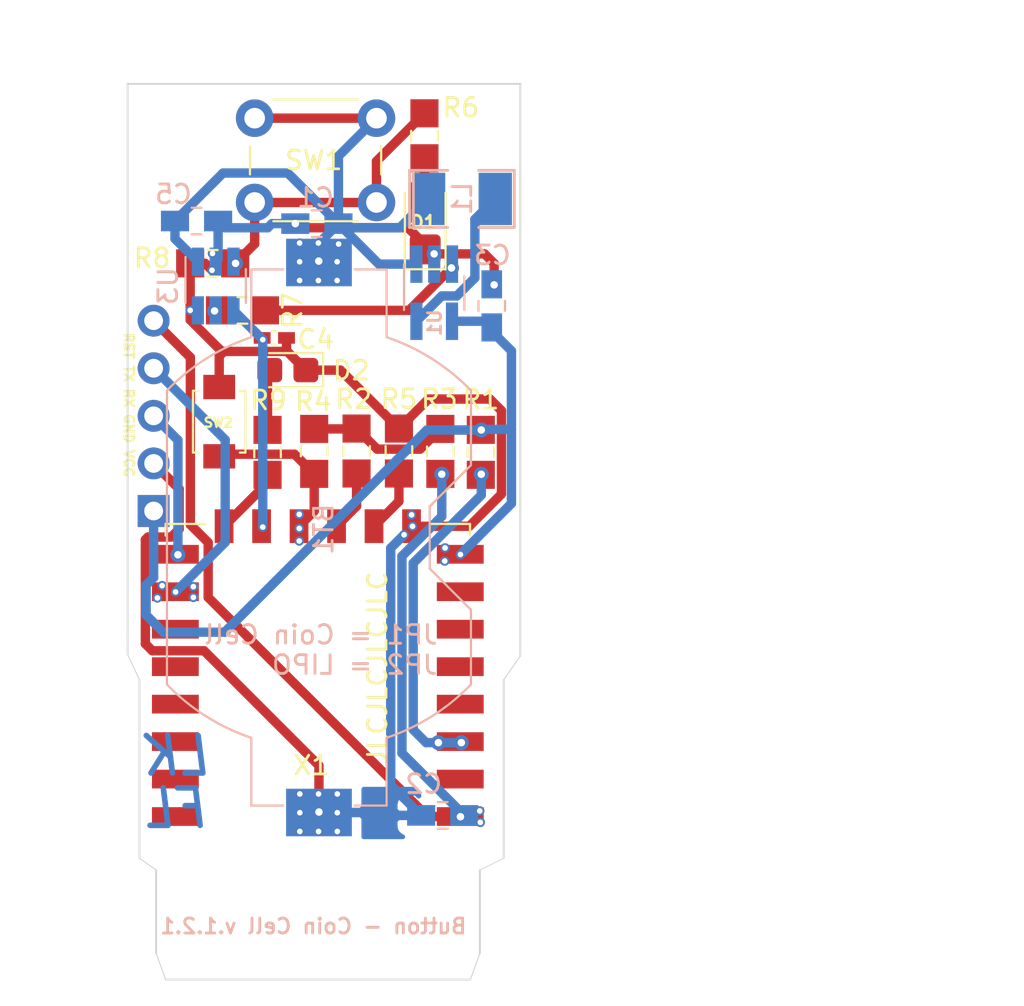
<source format=kicad_pcb>
(kicad_pcb (version 20171130) (host pcbnew "(5.1.9)-1")

  (general
    (thickness 1.6)
    (drawings 26)
    (tracks 188)
    (zones 0)
    (modules 24)
    (nets 19)
  )

  (page A4)
  (layers
    (0 F.Cu signal)
    (31 B.Cu signal)
    (32 B.Adhes user)
    (33 F.Adhes user)
    (34 B.Paste user)
    (35 F.Paste user)
    (36 B.SilkS user)
    (37 F.SilkS user)
    (38 B.Mask user)
    (39 F.Mask user)
    (40 Dwgs.User user)
    (41 Cmts.User user)
    (42 Eco1.User user)
    (43 Eco2.User user)
    (44 Edge.Cuts user)
    (45 Margin user)
    (46 B.CrtYd user hide)
    (47 F.CrtYd user hide)
    (48 B.Fab user hide)
    (49 F.Fab user)
  )

  (setup
    (last_trace_width 0.5)
    (user_trace_width 0.5)
    (trace_clearance 0.1)
    (zone_clearance 0.508)
    (zone_45_only no)
    (trace_min 0.2)
    (via_size 0.8)
    (via_drill 0.4)
    (via_min_size 0.4)
    (via_min_drill 0.3)
    (user_via 0.5 0.3)
    (uvia_size 0.3)
    (uvia_drill 0.1)
    (uvias_allowed no)
    (uvia_min_size 0.2)
    (uvia_min_drill 0.1)
    (edge_width 0.05)
    (segment_width 0.2)
    (pcb_text_width 0.3)
    (pcb_text_size 1.5 1.5)
    (mod_edge_width 0.12)
    (mod_text_size 1 1)
    (mod_text_width 0.15)
    (pad_size 1.524 1.524)
    (pad_drill 0.762)
    (pad_to_mask_clearance 0.051)
    (solder_mask_min_width 0.25)
    (aux_axis_origin 0 0)
    (visible_elements 7FFFFFFF)
    (pcbplotparams
      (layerselection 0x010fc_ffffffff)
      (usegerberextensions false)
      (usegerberattributes false)
      (usegerberadvancedattributes true)
      (creategerberjobfile false)
      (excludeedgelayer true)
      (linewidth 0.150000)
      (plotframeref false)
      (viasonmask false)
      (mode 1)
      (useauxorigin true)
      (hpglpennumber 1)
      (hpglpenspeed 20)
      (hpglpendiameter 15.000000)
      (psnegative false)
      (psa4output false)
      (plotreference true)
      (plotvalue true)
      (plotinvisibletext false)
      (padsonsilk false)
      (subtractmaskfromsilk false)
      (outputformat 1)
      (mirror false)
      (drillshape 0)
      (scaleselection 1)
      (outputdirectory "Gerber/"))
  )

  (net 0 "")
  (net 1 /VCC)
  (net 2 /GND)
  (net 3 /RST)
  (net 4 /RX)
  (net 5 /TX)
  (net 6 /EN)
  (net 7 /GPIO2)
  (net 8 /GPIO0)
  (net 9 "Net-(BT1-Pad1)")
  (net 10 "Net-(L1-Pad2)")
  (net 11 /GPIO15)
  (net 12 "Net-(R7-Pad2)")
  (net 13 /GPIO4)
  (net 14 "Net-(D2-Pad2)")
  (net 15 /GPIO5)
  (net 16 "Net-(D1-Pad2)")
  (net 17 "Net-(R6-Pad2)")
  (net 18 "Net-(R7-Pad1)")

  (net_class Default "This is the default net class."
    (clearance 0.1)
    (trace_width 0.25)
    (via_dia 0.8)
    (via_drill 0.4)
    (uvia_dia 0.3)
    (uvia_drill 0.1)
    (add_net /EN)
    (add_net /GND)
    (add_net /GPIO0)
    (add_net /GPIO15)
    (add_net /GPIO2)
    (add_net /GPIO4)
    (add_net /GPIO5)
    (add_net /RST)
    (add_net /RX)
    (add_net /TX)
    (add_net /VCC)
    (add_net "Net-(BT1-Pad1)")
    (add_net "Net-(D1-Pad2)")
    (add_net "Net-(D2-Pad2)")
    (add_net "Net-(L1-Pad2)")
    (add_net "Net-(R6-Pad2)")
    (add_net "Net-(R7-Pad1)")
    (add_net "Net-(R7-Pad2)")
  )

  (module handsolder:SW_SPST_B3U-1000P_mod (layer F.Cu) (tedit 60353A91) (tstamp 6032692A)
    (at 120.4595 72.5805 90)
    (descr "Ultra-small-sized Tactile Switch with High Contact Reliability, Top-actuated Model, without Ground Terminal, without Boss")
    (tags "Tactile Switch")
    (path /602CDBD4)
    (attr smd)
    (fp_text reference SW2 (at -0.05 -0.05) (layer F.SilkS)
      (effects (font (size 0.5 0.5) (thickness 0.125)))
    )
    (fp_text value SW_Push (at 0 2.5 90) (layer F.Fab)
      (effects (font (size 1 1) (thickness 0.15)))
    )
    (fp_text user %R (at 0 -2.5 90) (layer F.Fab)
      (effects (font (size 1 1) (thickness 0.15)))
    )
    (fp_circle (center 0 0) (end 0.75 0) (layer F.Fab) (width 0.1))
    (fp_line (start -1.5 1.25) (end -1.5 -1.25) (layer F.Fab) (width 0.1))
    (fp_line (start 1.5 1.25) (end -1.5 1.25) (layer F.Fab) (width 0.1))
    (fp_line (start 1.5 -1.25) (end 1.5 1.25) (layer F.Fab) (width 0.1))
    (fp_line (start -1.5 -1.25) (end 1.5 -1.25) (layer F.Fab) (width 0.1))
    (fp_line (start 1.65 -1.4) (end 1.65 -1.1) (layer F.SilkS) (width 0.12))
    (fp_line (start -1.65 -1.4) (end 1.65 -1.4) (layer F.SilkS) (width 0.12))
    (fp_line (start -1.65 -1.1) (end -1.65 -1.4) (layer F.SilkS) (width 0.12))
    (fp_line (start 1.65 1.4) (end 1.65 1.1) (layer F.SilkS) (width 0.12))
    (fp_line (start -1.65 1.4) (end 1.65 1.4) (layer F.SilkS) (width 0.12))
    (fp_line (start -1.65 1.1) (end -1.65 1.4) (layer F.SilkS) (width 0.12))
    (fp_line (start -2.5 -1.65) (end -2.5 1.65) (layer F.CrtYd) (width 0.05))
    (fp_line (start 2.5 -1.65) (end -2.5 -1.65) (layer F.CrtYd) (width 0.05))
    (fp_line (start 2.5 1.65) (end 2.5 -1.65) (layer F.CrtYd) (width 0.05))
    (fp_line (start -2.5 1.65) (end 2.5 1.65) (layer F.CrtYd) (width 0.05))
    (pad 2 smd rect (at 1.85 0 90) (size 1.3 1.7) (layers F.Cu F.Paste F.Mask)
      (net 2 /GND))
    (pad 1 smd rect (at -1.85 0 90) (size 1.3 1.7) (layers F.Cu F.Paste F.Mask)
      (net 8 /GPIO0))
    (model ${KISYS3DMOD}/Button_Switch_SMD.3dshapes/SW_SPST_B3U-1000P.wrl
      (at (xyz 0 0 0))
      (scale (xyz 1 1 1))
      (rotate (xyz 0 0 0))
    )
  )

  (module handsolder:SW_PUSH_6mm_H8mm_mod (layer F.Cu) (tedit 60353762) (tstamp 60326911)
    (at 122.35 56.38)
    (descr "tactile push button, 6x6mm e.g. PHAP33xx series, height=8mm")
    (tags "tact sw push 6mm")
    (path /602CFCB7)
    (fp_text reference SW1 (at 3.15 2.25) (layer F.SilkS)
      (effects (font (size 1 1) (thickness 0.15)))
    )
    (fp_text value SW_Push (at 3.75 6.7) (layer F.Fab)
      (effects (font (size 1 1) (thickness 0.15)))
    )
    (fp_text user %R (at 3.25 2.25) (layer F.Fab)
      (effects (font (size 1 1) (thickness 0.15)))
    )
    (fp_circle (center 3.25 2.25) (end 1.25 2.5) (layer F.Fab) (width 0.1))
    (fp_line (start 6.75 3) (end 6.75 1.5) (layer F.SilkS) (width 0.12))
    (fp_line (start 5.5 -1) (end 1 -1) (layer F.SilkS) (width 0.12))
    (fp_line (start -0.25 1.5) (end -0.25 3) (layer F.SilkS) (width 0.12))
    (fp_line (start 1 5.5) (end 5.5 5.5) (layer F.SilkS) (width 0.12))
    (fp_line (start 8 -1.25) (end 8 5.75) (layer F.CrtYd) (width 0.05))
    (fp_line (start 7.75 6) (end -1.25 6) (layer F.CrtYd) (width 0.05))
    (fp_line (start -1.5 5.75) (end -1.5 -1.25) (layer F.CrtYd) (width 0.05))
    (fp_line (start -1.25 -1.5) (end 7.75 -1.5) (layer F.CrtYd) (width 0.05))
    (fp_line (start -1.5 6) (end -1.25 6) (layer F.CrtYd) (width 0.05))
    (fp_line (start -1.5 5.75) (end -1.5 6) (layer F.CrtYd) (width 0.05))
    (fp_line (start -1.5 -1.5) (end -1.25 -1.5) (layer F.CrtYd) (width 0.05))
    (fp_line (start -1.5 -1.25) (end -1.5 -1.5) (layer F.CrtYd) (width 0.05))
    (fp_line (start 8 -1.5) (end 8 -1.25) (layer F.CrtYd) (width 0.05))
    (fp_line (start 7.75 -1.5) (end 8 -1.5) (layer F.CrtYd) (width 0.05))
    (fp_line (start 8 6) (end 8 5.75) (layer F.CrtYd) (width 0.05))
    (fp_line (start 7.75 6) (end 8 6) (layer F.CrtYd) (width 0.05))
    (fp_line (start 0.25 -0.75) (end 3.25 -0.75) (layer F.Fab) (width 0.1))
    (fp_line (start 0.25 5.25) (end 0.25 -0.75) (layer F.Fab) (width 0.1))
    (fp_line (start 6.25 5.25) (end 0.25 5.25) (layer F.Fab) (width 0.1))
    (fp_line (start 6.25 -0.75) (end 6.25 5.25) (layer F.Fab) (width 0.1))
    (fp_line (start 3.25 -0.75) (end 6.25 -0.75) (layer F.Fab) (width 0.1))
    (pad 1 thru_hole circle (at 6.5 0 90) (size 2 2) (drill 1.1) (layers *.Cu *.Mask)
      (net 9 "Net-(BT1-Pad1)"))
    (pad 2 thru_hole circle (at 6.5 4.5 90) (size 2 2) (drill 1.1) (layers *.Cu *.Mask)
      (net 17 "Net-(R6-Pad2)"))
    (pad 1 thru_hole circle (at 0 0 90) (size 2 2) (drill 1.1) (layers *.Cu *.Mask)
      (net 9 "Net-(BT1-Pad1)"))
    (pad 2 thru_hole circle (at 0 4.5 90) (size 2 2) (drill 1.1) (layers *.Cu *.Mask)
      (net 17 "Net-(R6-Pad2)"))
    (model ${KISYS3DMOD}/Button_Switch_THT.3dshapes/SW_PUSH_6mm_H8mm.wrl
      (at (xyz 0 0 0))
      (scale (xyz 1 1 1))
      (rotate (xyz 0 0 0))
    )
  )

  (module handsolder:PinSocket_1x05_P2.54mm_Vertical_mod (layer F.Cu) (tedit 603537B0) (tstamp 60326824)
    (at 116.96 77.35 180)
    (descr "Through hole straight socket strip, 1x05, 2.54mm pitch, single row (from Kicad 4.0.7), script generated")
    (tags "Through hole socket strip THT 1x05 2.54mm single row")
    (path /60301345)
    (fp_text reference J1 (at 0 -2.77) (layer F.SilkS) hide
      (effects (font (size 1 1) (thickness 0.15)))
    )
    (fp_text value Conn_01x05_Female (at 0 12.93) (layer F.Fab)
      (effects (font (size 1 1) (thickness 0.15)))
    )
    (fp_text user %R (at 0 5.08 90) (layer F.Fab)
      (effects (font (size 1 1) (thickness 0.15)))
    )
    (fp_line (start -1.8 11.9) (end -1.8 -1.8) (layer F.CrtYd) (width 0.05))
    (fp_line (start 1.75 11.9) (end -1.8 11.9) (layer F.CrtYd) (width 0.05))
    (fp_line (start 1.75 -1.8) (end 1.75 11.9) (layer F.CrtYd) (width 0.05))
    (fp_line (start -1.8 -1.8) (end 1.75 -1.8) (layer F.CrtYd) (width 0.05))
    (fp_line (start -1.27 11.43) (end -1.27 -1.27) (layer F.Fab) (width 0.1))
    (fp_line (start 1.27 11.43) (end -1.27 11.43) (layer F.Fab) (width 0.1))
    (fp_line (start 1.27 -0.635) (end 1.27 11.43) (layer F.Fab) (width 0.1))
    (fp_line (start 0.635 -1.27) (end 1.27 -0.635) (layer F.Fab) (width 0.1))
    (fp_line (start -1.27 -1.27) (end 0.635 -1.27) (layer F.Fab) (width 0.1))
    (pad 5 thru_hole oval (at 0 10.16 180) (size 1.7 1.7) (drill 1) (layers *.Cu *.Mask)
      (net 3 /RST))
    (pad 4 thru_hole oval (at 0 7.62 180) (size 1.7 1.7) (drill 1) (layers *.Cu *.Mask)
      (net 5 /TX))
    (pad 3 thru_hole oval (at 0 5.08 180) (size 1.7 1.7) (drill 1) (layers *.Cu *.Mask)
      (net 4 /RX))
    (pad 2 thru_hole oval (at 0 2.54 180) (size 1.7 1.7) (drill 1) (layers *.Cu *.Mask)
      (net 2 /GND))
    (pad 1 thru_hole rect (at 0 0 180) (size 1.7 1.7) (drill 1) (layers *.Cu *.Mask)
      (net 1 /VCC))
    (model ${KISYS3DMOD}/Connector_PinSocket_2.54mm.3dshapes/PinSocket_1x05_P2.54mm_Vertical.wrl
      (at (xyz 0 0 0))
      (scale (xyz 1 1 1))
      (rotate (xyz 0 0 0))
    )
  )

  (module handsolder:ESP-12Elesssilk (layer F.Cu) (tedit 60343770) (tstamp 603269A6)
    (at 125.72 90.16 180)
    (descr "Wi-Fi Module, http://wiki.ai-thinker.com/_media/esp8266/docs/aithinker_esp_12f_datasheet_en.pdf")
    (tags "Wi-Fi Module")
    (path /602C0443)
    (attr smd)
    (fp_text reference X1 (at 0.34 -0.77) (layer F.SilkS)
      (effects (font (size 1 1) (thickness 0.15)))
    )
    (fp_text value ESP-12E (at -0.06 -12.78) (layer F.Fab)
      (effects (font (size 1 1) (thickness 0.15)))
    )
    (fp_line (start 5.56 -4.8) (end 8.12 -7.36) (layer Dwgs.User) (width 0.12))
    (fp_line (start 2.56 -4.8) (end 8.12 -10.36) (layer Dwgs.User) (width 0.12))
    (fp_line (start -0.44 -4.8) (end 6.88 -12.12) (layer Dwgs.User) (width 0.12))
    (fp_line (start -3.44 -4.8) (end 3.88 -12.12) (layer Dwgs.User) (width 0.12))
    (fp_line (start -6.44 -4.8) (end 0.88 -12.12) (layer Dwgs.User) (width 0.12))
    (fp_line (start -8.12 -6.12) (end -2.12 -12.12) (layer Dwgs.User) (width 0.12))
    (fp_line (start -8.12 -9.12) (end -5.12 -12.12) (layer Dwgs.User) (width 0.12))
    (fp_line (start -8.12 -4.8) (end -8.12 -12.12) (layer Dwgs.User) (width 0.12))
    (fp_line (start 8.12 -4.8) (end -8.12 -4.8) (layer Dwgs.User) (width 0.12))
    (fp_line (start 8.12 -12.12) (end 8.12 -4.8) (layer Dwgs.User) (width 0.12))
    (fp_line (start -8.12 -12.12) (end 8.12 -12.12) (layer Dwgs.User) (width 0.12))
    (fp_line (start -8.12 12.12) (end -8.12 11.5) (layer F.SilkS) (width 0.12))
    (fp_line (start -6 12.12) (end -8.12 12.12) (layer F.SilkS) (width 0.12))
    (fp_line (start 8.12 12.12) (end 6 12.12) (layer F.SilkS) (width 0.12))
    (fp_line (start 8.12 11.5) (end 8.12 12.12) (layer F.SilkS) (width 0.12))
    (fp_line (start -9.05 13.1) (end -9.05 -12.2) (layer F.CrtYd) (width 0.05))
    (fp_line (start 9.05 13.1) (end -9.05 13.1) (layer F.CrtYd) (width 0.05))
    (fp_line (start 9.05 -12.2) (end 9.05 13.1) (layer F.CrtYd) (width 0.05))
    (fp_line (start -9.05 -12.2) (end 9.05 -12.2) (layer F.CrtYd) (width 0.05))
    (fp_line (start -8 -4) (end -8 -12) (layer F.Fab) (width 0.12))
    (fp_line (start -7.5 -3.5) (end -8 -4) (layer F.Fab) (width 0.12))
    (fp_line (start -8 -3) (end -7.5 -3.5) (layer F.Fab) (width 0.12))
    (fp_line (start -8 12) (end -8 -3) (layer F.Fab) (width 0.12))
    (fp_line (start 8 12) (end -8 12) (layer F.Fab) (width 0.12))
    (fp_line (start 8 -12) (end 8 12) (layer F.Fab) (width 0.12))
    (fp_line (start -8 -12) (end 8 -12) (layer F.Fab) (width 0.12))
    (fp_text user %R (at 0.49 -0.8) (layer F.Fab)
      (effects (font (size 1 1) (thickness 0.15)))
    )
    (fp_text user "KEEP-OUT ZONE" (at 0.03 -9.55 180) (layer Cmts.User)
      (effects (font (size 1 1) (thickness 0.15)))
    )
    (fp_text user Antenna (at -0.06 -7 180) (layer Cmts.User)
      (effects (font (size 1 1) (thickness 0.15)))
    )
    (pad 22 smd rect (at 7.6 -3.5 180) (size 2.5 1) (layers F.Cu F.Paste F.Mask))
    (pad 21 smd rect (at 7.6 -1.5 180) (size 2.5 1) (layers F.Cu F.Paste F.Mask))
    (pad 20 smd rect (at 7.6 0.5 180) (size 2.5 1) (layers F.Cu F.Paste F.Mask))
    (pad 19 smd rect (at 7.6 2.5 180) (size 2.5 1) (layers F.Cu F.Paste F.Mask))
    (pad 18 smd rect (at 7.6 4.5 180) (size 2.5 1) (layers F.Cu F.Paste F.Mask))
    (pad 17 smd rect (at 7.6 6.5 180) (size 2.5 1) (layers F.Cu F.Paste F.Mask))
    (pad 16 smd rect (at 7.6 8.5 180) (size 2.5 1) (layers F.Cu F.Paste F.Mask)
      (net 5 /TX))
    (pad 15 smd rect (at 7.6 10.5 180) (size 2.5 1) (layers F.Cu F.Paste F.Mask)
      (net 4 /RX))
    (pad 14 smd rect (at 5 12 180) (size 1 1.8) (layers F.Cu F.Paste F.Mask)
      (net 15 /GPIO5))
    (pad 13 smd rect (at 3 12 180) (size 1 1.8) (layers F.Cu F.Paste F.Mask)
      (net 13 /GPIO4))
    (pad 12 smd rect (at 1 12 180) (size 1 1.8) (layers F.Cu F.Paste F.Mask)
      (net 8 /GPIO0))
    (pad 11 smd rect (at -1 12 180) (size 1 1.8) (layers F.Cu F.Paste F.Mask)
      (net 7 /GPIO2))
    (pad 10 smd rect (at -3 12 180) (size 1 1.8) (layers F.Cu F.Paste F.Mask)
      (net 11 /GPIO15))
    (pad 9 smd rect (at -5 12 180) (size 1 1.8) (layers F.Cu F.Paste F.Mask)
      (net 2 /GND))
    (pad 8 smd rect (at -7.6 10.5 180) (size 2.5 1) (layers F.Cu F.Paste F.Mask)
      (net 1 /VCC))
    (pad 7 smd rect (at -7.6 8.5 180) (size 2.5 1) (layers F.Cu F.Paste F.Mask))
    (pad 6 smd rect (at -7.6 6.5 180) (size 2.5 1) (layers F.Cu F.Paste F.Mask))
    (pad 5 smd rect (at -7.6 4.5 180) (size 2.5 1) (layers F.Cu F.Paste F.Mask))
    (pad 4 smd rect (at -7.6 2.5 180) (size 2.5 1) (layers F.Cu F.Paste F.Mask))
    (pad 3 smd rect (at -7.6 0.5 180) (size 2.5 1) (layers F.Cu F.Paste F.Mask)
      (net 6 /EN))
    (pad 2 smd rect (at -7.6 -1.5 180) (size 2.5 1) (layers F.Cu F.Paste F.Mask))
    (pad 1 smd rect (at -7.6 -3.5 180) (size 2.5 1) (layers F.Cu F.Paste F.Mask)
      (net 3 /RST))
    (model ${KISYS3DMOD}/RF_Module.3dshapes/ESP-12E.wrl
      (at (xyz 0 0 0))
      (scale (xyz 1 1 1))
      (rotate (xyz 0 0 0))
    )
  )

  (module handsolder:C_0805_2012handsodermod (layer B.Cu) (tedit 60004493) (tstamp 6034EE59)
    (at 119.25 61.87 180)
    (descr "Capacitor SMD 0805 (2012 Metric), square (rectangular) end terminal, IPC_7351 nominal with elongated pad for handsoldering. (Body size source: https://docs.google.com/spreadsheets/d/1BsfQQcO9C6DZCsRaXUlFlo91Tg2WpOkGARC1WS5S8t0/edit?usp=sharing), generated with kicad-footprint-generator")
    (tags "capacitor handsolder")
    (path /6034F227)
    (attr smd)
    (fp_text reference C5 (at 1.23 1.43) (layer B.SilkS)
      (effects (font (size 1 1) (thickness 0.15)) (justify mirror))
    )
    (fp_text value 100nF (at 0 -1.65) (layer B.Fab) hide
      (effects (font (size 1 1) (thickness 0.15)) (justify mirror))
    )
    (fp_line (start -1 -0.6) (end -1 0.6) (layer B.Fab) (width 0.1))
    (fp_line (start -1 0.6) (end 1 0.6) (layer B.Fab) (width 0.1))
    (fp_line (start 1 0.6) (end 1 -0.6) (layer B.Fab) (width 0.1))
    (fp_line (start 1 -0.6) (end -1 -0.6) (layer B.Fab) (width 0.1))
    (fp_line (start -0.261252 0.71) (end 0.261252 0.71) (layer B.SilkS) (width 0.12))
    (fp_line (start -0.261252 -0.71) (end 0.261252 -0.71) (layer B.SilkS) (width 0.12))
    (fp_line (start -2 -0.95) (end -2 0.95) (layer B.CrtYd) (width 0.05))
    (fp_line (start -2 0.95) (end 2.05 0.95) (layer B.CrtYd) (width 0.05))
    (fp_line (start 2.05 0.95) (end 2.05 -0.95) (layer B.CrtYd) (width 0.05))
    (fp_line (start 2.05 -0.95) (end -2 -0.95) (layer B.CrtYd) (width 0.05))
    (fp_text user %R (at 0 0) (layer B.Fab)
      (effects (font (size 0.5 0.5) (thickness 0.08)) (justify mirror))
    )
    (pad 2 smd rect (at 1.15 0 180) (size 1.5 1.1) (layers B.Cu B.Paste B.Mask)
      (net 9 "Net-(BT1-Pad1)"))
    (pad 1 smd rect (at -1.15 0 180) (size 1.5 1.1) (layers B.Cu B.Paste B.Mask)
      (net 2 /GND))
    (model ${KISYS3DMOD}/Capacitor_SMD.3dshapes/C_0805_2012Metric.wrl
      (at (xyz 0 0 0))
      (scale (xyz 1 1 1))
      (rotate (xyz 0 0 0))
    )
  )

  (module handsolder:C_0402_1005Metric_Pad0.74x0.62mm_HandSoldermod (layer F.Cu) (tedit 60342830) (tstamp 60343322)
    (at 123.4 68.11)
    (descr "Capacitor SMD 0402 (1005 Metric), square (rectangular) end terminal, IPC_7351 nominal with elongated pad for handsoldering. (Body size source: IPC-SM-782 page 76, https://www.pcb-3d.com/wordpress/wp-content/uploads/ipc-sm-782a_amendment_1_and_2.pdf), generated with kicad-footprint-generator")
    (tags "capacitor handsolder")
    (path /603444C4)
    (attr smd)
    (fp_text reference C4 (at 2.21 0.08) (layer F.SilkS)
      (effects (font (size 1 1) (thickness 0.15)))
    )
    (fp_text value "10nf -100nf" (at 0 1.16) (layer F.Fab)
      (effects (font (size 1 1) (thickness 0.15)))
    )
    (fp_line (start -0.5 0.25) (end -0.5 -0.25) (layer F.Fab) (width 0.1))
    (fp_line (start -0.5 -0.25) (end 0.5 -0.25) (layer F.Fab) (width 0.1))
    (fp_line (start 0.5 -0.25) (end 0.5 0.25) (layer F.Fab) (width 0.1))
    (fp_line (start 0.5 0.25) (end -0.5 0.25) (layer F.Fab) (width 0.1))
    (fp_line (start -0.115835 -0.36) (end 0.115835 -0.36) (layer F.SilkS) (width 0.12))
    (fp_line (start -0.115835 0.36) (end 0.115835 0.36) (layer F.SilkS) (width 0.12))
    (fp_line (start -1.08 0.46) (end -1.08 -0.46) (layer F.CrtYd) (width 0.05))
    (fp_line (start -1.08 -0.46) (end 1.08 -0.46) (layer F.CrtYd) (width 0.05))
    (fp_line (start 1.08 -0.46) (end 1.08 0.46) (layer F.CrtYd) (width 0.05))
    (fp_line (start 1.08 0.46) (end -1.08 0.46) (layer F.CrtYd) (width 0.05))
    (fp_text user %R (at 0 0) (layer F.Fab)
      (effects (font (size 0.25 0.25) (thickness 0.04)))
    )
    (pad 2 smd rect (at 0.65 0) (size 0.9 0.62) (layers F.Cu F.Paste F.Mask)
      (net 2 /GND))
    (pad 1 smd rect (at -0.65 0) (size 0.9 0.62) (layers F.Cu F.Paste F.Mask)
      (net 13 /GPIO4))
    (model ${KISYS3DMOD}/Capacitor_SMD.3dshapes/C_0402_1005Metric.wrl
      (at (xyz 0 0 0))
      (scale (xyz 1 1 1))
      (rotate (xyz 0 0 0))
    )
  )

  (module handsolder:SMD-1210_Pol_inductor (layer B.Cu) (tedit 592F1991) (tstamp 60341854)
    (at 133.41 60.69)
    (tags "CMS SM")
    (path /602E234D)
    (attr smd)
    (fp_text reference L1 (at 0.015 -0.015 -90) (layer B.SilkS)
      (effects (font (size 1 1) (thickness 0.15)) (justify mirror))
    )
    (fp_text value "4.7 uH" (at 0 -0.762) (layer B.Fab)
      (effects (font (size 1 1) (thickness 0.15)) (justify mirror))
    )
    (fp_line (start -2.794 1.524) (end -2.794 -1.524) (layer B.SilkS) (width 0.15))
    (fp_line (start 0.889 -1.524) (end 2.794 -1.524) (layer B.SilkS) (width 0.15))
    (fp_line (start 2.794 -1.524) (end 2.794 1.524) (layer B.SilkS) (width 0.15))
    (fp_line (start 2.794 1.524) (end 0.889 1.524) (layer B.SilkS) (width 0.15))
    (fp_line (start -0.762 1.524) (end -2.794 1.524) (layer B.SilkS) (width 0.15))
    (fp_line (start -2.594 1.524) (end -2.594 -1.524) (layer B.SilkS) (width 0.15))
    (fp_line (start -2.794 -1.524) (end -0.762 -1.524) (layer B.SilkS) (width 0.15))
    (pad 1 smd rect (at -1.778 0) (size 1.778 2.794) (layers B.Cu B.Paste B.Mask)
      (net 9 "Net-(BT1-Pad1)") (zone_connect 2))
    (pad 2 smd rect (at 1.778 0) (size 1.778 2.794) (layers B.Cu B.Paste B.Mask)
      (net 10 "Net-(L1-Pad2)"))
    (model SMD_Packages.3dshapes/SMD-1210_Pol.wrl
      (at (xyz 0 0 0))
      (scale (xyz 0.2 0.2 0.2))
      (rotate (xyz 0 0 0))
    )
  )

  (module handsolder:SOT-23-5_HandSolderingmod (layer B.Cu) (tedit 60023824) (tstamp 60329F06)
    (at 131.93 65.72 270)
    (descr "5-pin SOT23 package")
    (tags "SOT-23-5 hand-soldering")
    (path /6033543B)
    (attr smd)
    (fp_text reference U1 (at 1.58496 -0.02032 90) (layer B.SilkS)
      (effects (font (size 0.7 0.7) (thickness 0.15)) (justify mirror))
    )
    (fp_text value TPS61097A (at 10.287 -1.143 270) (layer B.SilkS) hide
      (effects (font (size 1 1) (thickness 0.15)) (justify mirror))
    )
    (fp_line (start 2.38 -1.8) (end -2.38 -1.8) (layer B.CrtYd) (width 0.05))
    (fp_line (start 2.38 -1.8) (end 2.38 1.8) (layer B.CrtYd) (width 0.05))
    (fp_line (start -2.38 1.8) (end -2.38 -1.8) (layer B.CrtYd) (width 0.05))
    (fp_line (start -2.38 1.8) (end 2.38 1.8) (layer B.CrtYd) (width 0.05))
    (fp_line (start 0.9 1.55) (end 0.9 -1.55) (layer B.Fab) (width 0.1))
    (fp_line (start 0.9 -1.55) (end -0.9 -1.55) (layer B.Fab) (width 0.1))
    (fp_line (start -0.9 0.9) (end -0.9 -1.55) (layer B.Fab) (width 0.1))
    (fp_line (start 0.9 1.55) (end -0.25 1.55) (layer B.Fab) (width 0.1))
    (fp_line (start -0.9 0.9) (end -0.25 1.55) (layer B.Fab) (width 0.1))
    (fp_line (start 0.9 1.61) (end -1.55 1.61) (layer B.SilkS) (width 0.12))
    (fp_line (start -0.9 -1.61) (end 0.9 -1.61) (layer B.SilkS) (width 0.12))
    (fp_text user %R (at 0 0) (layer B.Fab)
      (effects (font (size 0.5 0.5) (thickness 0.075)) (justify mirror))
    )
    (pad 5 smd rect (at 1.5 0.95 270) (size 2 0.65) (layers B.Cu B.Paste B.Mask)
      (net 10 "Net-(L1-Pad2)"))
    (pad 4 smd rect (at 1.5 -0.95 270) (size 2 0.65) (layers B.Cu B.Paste B.Mask)
      (net 1 /VCC))
    (pad 3 smd rect (at -1.55 -0.95 270) (size 2 0.65) (layers B.Cu B.Paste B.Mask)
      (net 12 "Net-(R7-Pad2)"))
    (pad 2 smd trapezoid (at -1.55 0 270) (size 2 0.65) (layers B.Cu B.Paste B.Mask)
      (net 2 /GND))
    (pad 1 smd rect (at -1.55 0.95 270) (size 2 0.65) (layers B.Cu B.Paste B.Mask)
      (net 9 "Net-(BT1-Pad1)"))
    (model ${KISYS3DMOD}/Package_TO_SOT_SMD.3dshapes/SOT-23-5.wrl
      (at (xyz 0 0 0))
      (scale (xyz 1 1 1))
      (rotate (xyz 0 0 0))
    )
  )

  (module handsolder:C_0805_2012handsodermod (layer B.Cu) (tedit 60326176) (tstamp 603267C3)
    (at 125.67 62.01)
    (descr "Capacitor SMD 0805 (2012 Metric), square (rectangular) end terminal, IPC_7351 nominal with elongated pad for handsoldering. (Body size source: https://docs.google.com/spreadsheets/d/1BsfQQcO9C6DZCsRaXUlFlo91Tg2WpOkGARC1WS5S8t0/edit?usp=sharing), generated with kicad-footprint-generator")
    (tags "capacitor handsolder")
    (path /602D0C1F)
    (attr smd)
    (fp_text reference C1 (at -0.07 -1.385 180) (layer B.SilkS)
      (effects (font (size 1 1) (thickness 0.15)) (justify mirror))
    )
    (fp_text value 10uF (at 0 -1.65 180) (layer B.Fab) hide
      (effects (font (size 1 1) (thickness 0.15)) (justify mirror))
    )
    (fp_line (start 2.05 -0.85) (end -2 -0.85) (layer B.CrtYd) (width 0.05))
    (fp_line (start 2.05 0.85) (end 2.05 -0.85) (layer B.CrtYd) (width 0.05))
    (fp_line (start -2 0.85) (end 2.05 0.85) (layer B.CrtYd) (width 0.05))
    (fp_line (start -2 -0.85) (end -2 0.85) (layer B.CrtYd) (width 0.05))
    (fp_line (start -0.261252 -0.71) (end 0.261252 -0.71) (layer B.SilkS) (width 0.12))
    (fp_line (start -0.261252 0.71) (end 0.261252 0.71) (layer B.SilkS) (width 0.12))
    (fp_line (start 1 -0.6) (end -1 -0.6) (layer B.Fab) (width 0.1))
    (fp_line (start 1 0.6) (end 1 -0.6) (layer B.Fab) (width 0.1))
    (fp_line (start -1 0.6) (end 1 0.6) (layer B.Fab) (width 0.1))
    (fp_line (start -1 -0.6) (end -1 0.6) (layer B.Fab) (width 0.1))
    (fp_text user %R (at 0 0 180) (layer B.Fab)
      (effects (font (size 0.5 0.5) (thickness 0.08)) (justify mirror))
    )
    (pad 2 smd rect (at 1.15 0) (size 1.5 1.1) (layers B.Cu B.Paste B.Mask)
      (net 9 "Net-(BT1-Pad1)"))
    (pad 1 smd rect (at -1.15 0) (size 1.5 1.1) (layers B.Cu B.Paste B.Mask)
      (net 2 /GND))
    (model ${KISYS3DMOD}/Capacitor_SMD.3dshapes/C_0805_2012Metric.wrl
      (at (xyz 0 0 0))
      (scale (xyz 1 1 1))
      (rotate (xyz 0 0 0))
    )
  )

  (module handsolder:SOT-23-6handsoldering (layer B.Cu) (tedit 600C9A10) (tstamp 6032696B)
    (at 120.27 65.34 270)
    (descr "6-pin SOT-23 package")
    (tags SOT-23-6)
    (path /6031B6A7)
    (attr smd)
    (fp_text reference U3 (at 0 2.54 270) (layer B.SilkS)
      (effects (font (size 1 1) (thickness 0.15)) (justify mirror))
    )
    (fp_text value TPL5111 (at 0 -2.9 90) (layer B.Fab)
      (effects (font (size 1 1) (thickness 0.15)) (justify mirror))
    )
    (fp_line (start 0.9 1.55) (end 0.9 -1.55) (layer B.Fab) (width 0.1))
    (fp_line (start 0.9 -1.55) (end -0.9 -1.55) (layer B.Fab) (width 0.1))
    (fp_line (start -0.9 0.9) (end -0.9 -1.55) (layer B.Fab) (width 0.1))
    (fp_line (start 0.9 1.55) (end -0.25 1.55) (layer B.Fab) (width 0.1))
    (fp_line (start -0.9 0.9) (end -0.25 1.55) (layer B.Fab) (width 0.1))
    (fp_line (start -1.9 1.8) (end -1.9 -1.8) (layer B.CrtYd) (width 0.05))
    (fp_line (start -1.9 -1.8) (end 1.9 -1.8) (layer B.CrtYd) (width 0.05))
    (fp_line (start 1.9 -1.8) (end 1.9 1.8) (layer B.CrtYd) (width 0.05))
    (fp_line (start 1.9 1.8) (end -1.9 1.8) (layer B.CrtYd) (width 0.05))
    (fp_line (start 0.9 1.61) (end -1.55 1.61) (layer B.SilkS) (width 0.12))
    (fp_line (start -0.9 -1.61) (end 0.9 -1.61) (layer B.SilkS) (width 0.12))
    (fp_text user %R (at 0 0) (layer B.Fab)
      (effects (font (size 0.5 0.5) (thickness 0.075)) (justify mirror))
    )
    (pad 5 smd rect (at 1.3 0 270) (size 1.5 0.65) (layers B.Cu B.Paste B.Mask)
      (net 18 "Net-(R7-Pad1)"))
    (pad 6 smd rect (at 1.3 0.95 270) (size 1.5 0.65) (layers B.Cu B.Paste B.Mask)
      (net 2 /GND))
    (pad 4 smd rect (at 1.3 -0.95 270) (size 1.5 0.65) (layers B.Cu B.Paste B.Mask)
      (net 13 /GPIO4))
    (pad 3 smd rect (at -1.3 -0.95 270) (size 1.5 0.65) (layers B.Cu B.Paste B.Mask)
      (net 17 "Net-(R6-Pad2)"))
    (pad 2 smd rect (at -1.3 0 270) (size 1.5 0.65) (layers B.Cu B.Paste B.Mask)
      (net 2 /GND))
    (pad 1 smd rect (at -1.3 0.95 270) (size 1.5 0.65) (layers B.Cu B.Paste B.Mask)
      (net 9 "Net-(BT1-Pad1)"))
    (model ${KISYS3DMOD}/Package_TO_SOT_SMD.3dshapes/SOT-23-6.wrl
      (at (xyz 0 0 0))
      (scale (xyz 1 1 1))
      (rotate (xyz 0 0 0))
    )
  )

  (module handsolder:R_0805_2012handsoldermod (layer F.Cu) (tedit 60004565) (tstamp 603268F2)
    (at 123.0376 74.2188 270)
    (descr "Resistor SMD 0805 (2012 Metric), square (rectangular) end terminal, IPC_7351 nominal with elongated pad for handsoldering. (Body size source: https://docs.google.com/spreadsheets/d/1BsfQQcO9C6DZCsRaXUlFlo91Tg2WpOkGARC1WS5S8t0/edit?usp=sharing), generated with kicad-footprint-generator")
    (tags "resistor handsolder")
    (path /60325E7B)
    (attr smd)
    (fp_text reference R9 (at -2.7788 -0.0524) (layer F.SilkS)
      (effects (font (size 1 1) (thickness 0.15)))
    )
    (fp_text value 1k (at 0 1.65 270) (layer F.Fab) hide
      (effects (font (size 1 1) (thickness 0.15)))
    )
    (fp_line (start 2.05 0.95) (end -2.05 0.95) (layer F.CrtYd) (width 0.05))
    (fp_line (start 2.05 -0.95) (end 2.05 0.95) (layer F.CrtYd) (width 0.05))
    (fp_line (start -2.05 -0.95) (end 2.05 -0.95) (layer F.CrtYd) (width 0.05))
    (fp_line (start -2.05 0.95) (end -2.05 -0.95) (layer F.CrtYd) (width 0.05))
    (fp_line (start -0.261252 0.71) (end 0.261252 0.71) (layer F.SilkS) (width 0.12))
    (fp_line (start -0.261252 -0.71) (end 0.261252 -0.71) (layer F.SilkS) (width 0.12))
    (fp_line (start 1 0.6) (end -1 0.6) (layer F.Fab) (width 0.1))
    (fp_line (start 1 -0.6) (end 1 0.6) (layer F.Fab) (width 0.1))
    (fp_line (start -1 -0.6) (end 1 -0.6) (layer F.Fab) (width 0.1))
    (fp_line (start -1 0.6) (end -1 -0.6) (layer F.Fab) (width 0.1))
    (fp_text user %R (at 0 0 270) (layer F.Fab)
      (effects (font (size 0.5 0.5) (thickness 0.08)))
    )
    (pad 2 smd rect (at 1.2 0 270) (size 1.5 1.5) (layers F.Cu F.Paste F.Mask)
      (net 15 /GPIO5))
    (pad 1 smd rect (at -1.2 0 270) (size 1.5 1.5) (layers F.Cu F.Paste F.Mask)
      (net 14 "Net-(D2-Pad2)"))
    (model ${KISYS3DMOD}/Resistor_SMD.3dshapes/R_0805_2012Metric.wrl
      (at (xyz 0 0 0))
      (scale (xyz 1 1 1))
      (rotate (xyz 0 0 0))
    )
  )

  (module handsolder:R_0805_2012handsoldermod (layer F.Cu) (tedit 60004565) (tstamp 603268E1)
    (at 120.11 64.13)
    (descr "Resistor SMD 0805 (2012 Metric), square (rectangular) end terminal, IPC_7351 nominal with elongated pad for handsoldering. (Body size source: https://docs.google.com/spreadsheets/d/1BsfQQcO9C6DZCsRaXUlFlo91Tg2WpOkGARC1WS5S8t0/edit?usp=sharing), generated with kicad-footprint-generator")
    (tags "resistor handsolder")
    (path /6031EA78)
    (attr smd)
    (fp_text reference R8 (at -3.23 -0.28) (layer F.SilkS)
      (effects (font (size 1 1) (thickness 0.15)))
    )
    (fp_text value 10k (at 0 1.65) (layer F.Fab) hide
      (effects (font (size 1 1) (thickness 0.15)))
    )
    (fp_line (start 2.05 0.95) (end -2.05 0.95) (layer F.CrtYd) (width 0.05))
    (fp_line (start 2.05 -0.95) (end 2.05 0.95) (layer F.CrtYd) (width 0.05))
    (fp_line (start -2.05 -0.95) (end 2.05 -0.95) (layer F.CrtYd) (width 0.05))
    (fp_line (start -2.05 0.95) (end -2.05 -0.95) (layer F.CrtYd) (width 0.05))
    (fp_line (start -0.261252 0.71) (end 0.261252 0.71) (layer F.SilkS) (width 0.12))
    (fp_line (start -0.261252 -0.71) (end 0.261252 -0.71) (layer F.SilkS) (width 0.12))
    (fp_line (start 1 0.6) (end -1 0.6) (layer F.Fab) (width 0.1))
    (fp_line (start 1 -0.6) (end 1 0.6) (layer F.Fab) (width 0.1))
    (fp_line (start -1 -0.6) (end 1 -0.6) (layer F.Fab) (width 0.1))
    (fp_line (start -1 0.6) (end -1 -0.6) (layer F.Fab) (width 0.1))
    (fp_text user %R (at 0 0) (layer F.Fab)
      (effects (font (size 0.5 0.5) (thickness 0.08)))
    )
    (pad 2 smd rect (at 1.2 0) (size 1.5 1.5) (layers F.Cu F.Paste F.Mask)
      (net 17 "Net-(R6-Pad2)"))
    (pad 1 smd rect (at -1.2 0) (size 1.5 1.5) (layers F.Cu F.Paste F.Mask)
      (net 2 /GND))
    (model ${KISYS3DMOD}/Resistor_SMD.3dshapes/R_0805_2012Metric.wrl
      (at (xyz 0 0 0))
      (scale (xyz 1 1 1))
      (rotate (xyz 0 0 0))
    )
  )

  (module handsolder:R_0805_2012handsoldermod (layer F.Cu) (tedit 60004565) (tstamp 603268D0)
    (at 121.7 66.64)
    (descr "Resistor SMD 0805 (2012 Metric), square (rectangular) end terminal, IPC_7351 nominal with elongated pad for handsoldering. (Body size source: https://docs.google.com/spreadsheets/d/1BsfQQcO9C6DZCsRaXUlFlo91Tg2WpOkGARC1WS5S8t0/edit?usp=sharing), generated with kicad-footprint-generator")
    (tags "resistor handsolder")
    (path /602F7A06)
    (attr smd)
    (fp_text reference R7 (at 2.667 0 270) (layer F.SilkS)
      (effects (font (size 1 1) (thickness 0.15)))
    )
    (fp_text value 10k (at 0 1.65) (layer F.Fab) hide
      (effects (font (size 1 1) (thickness 0.15)))
    )
    (fp_line (start 2.05 0.95) (end -2.05 0.95) (layer F.CrtYd) (width 0.05))
    (fp_line (start 2.05 -0.95) (end 2.05 0.95) (layer F.CrtYd) (width 0.05))
    (fp_line (start -2.05 -0.95) (end 2.05 -0.95) (layer F.CrtYd) (width 0.05))
    (fp_line (start -2.05 0.95) (end -2.05 -0.95) (layer F.CrtYd) (width 0.05))
    (fp_line (start -0.261252 0.71) (end 0.261252 0.71) (layer F.SilkS) (width 0.12))
    (fp_line (start -0.261252 -0.71) (end 0.261252 -0.71) (layer F.SilkS) (width 0.12))
    (fp_line (start 1 0.6) (end -1 0.6) (layer F.Fab) (width 0.1))
    (fp_line (start 1 -0.6) (end 1 0.6) (layer F.Fab) (width 0.1))
    (fp_line (start -1 -0.6) (end 1 -0.6) (layer F.Fab) (width 0.1))
    (fp_line (start -1 0.6) (end -1 -0.6) (layer F.Fab) (width 0.1))
    (fp_text user %R (at 0 0) (layer F.Fab)
      (effects (font (size 0.5 0.5) (thickness 0.08)))
    )
    (pad 2 smd rect (at 1.2 0) (size 1.5 1.5) (layers F.Cu F.Paste F.Mask)
      (net 12 "Net-(R7-Pad2)"))
    (pad 1 smd rect (at -1.2 0) (size 1.5 1.5) (layers F.Cu F.Paste F.Mask)
      (net 18 "Net-(R7-Pad1)"))
    (model ${KISYS3DMOD}/Resistor_SMD.3dshapes/R_0805_2012Metric.wrl
      (at (xyz 0 0 0))
      (scale (xyz 1 1 1))
      (rotate (xyz 0 0 0))
    )
  )

  (module handsolder:R_0805_2012handsoldermod (layer F.Cu) (tedit 60004565) (tstamp 603268BF)
    (at 131.41 57.32 90)
    (descr "Resistor SMD 0805 (2012 Metric), square (rectangular) end terminal, IPC_7351 nominal with elongated pad for handsoldering. (Body size source: https://docs.google.com/spreadsheets/d/1BsfQQcO9C6DZCsRaXUlFlo91Tg2WpOkGARC1WS5S8t0/edit?usp=sharing), generated with kicad-footprint-generator")
    (tags "resistor handsolder")
    (path /602D454A)
    (attr smd)
    (fp_text reference R6 (at 1.5035 1.94 180) (layer F.SilkS)
      (effects (font (size 1 1) (thickness 0.15)))
    )
    (fp_text value 1k (at 0 1.65 90) (layer F.Fab) hide
      (effects (font (size 1 1) (thickness 0.15)))
    )
    (fp_line (start 2.05 0.95) (end -2.05 0.95) (layer F.CrtYd) (width 0.05))
    (fp_line (start 2.05 -0.95) (end 2.05 0.95) (layer F.CrtYd) (width 0.05))
    (fp_line (start -2.05 -0.95) (end 2.05 -0.95) (layer F.CrtYd) (width 0.05))
    (fp_line (start -2.05 0.95) (end -2.05 -0.95) (layer F.CrtYd) (width 0.05))
    (fp_line (start -0.261252 0.71) (end 0.261252 0.71) (layer F.SilkS) (width 0.12))
    (fp_line (start -0.261252 -0.71) (end 0.261252 -0.71) (layer F.SilkS) (width 0.12))
    (fp_line (start 1 0.6) (end -1 0.6) (layer F.Fab) (width 0.1))
    (fp_line (start 1 -0.6) (end 1 0.6) (layer F.Fab) (width 0.1))
    (fp_line (start -1 -0.6) (end 1 -0.6) (layer F.Fab) (width 0.1))
    (fp_line (start -1 0.6) (end -1 -0.6) (layer F.Fab) (width 0.1))
    (fp_text user %R (at 0 0 270) (layer F.Fab)
      (effects (font (size 0.5 0.5) (thickness 0.08)))
    )
    (pad 2 smd rect (at 1.2 0 90) (size 1.5 1.5) (layers F.Cu F.Paste F.Mask)
      (net 17 "Net-(R6-Pad2)"))
    (pad 1 smd rect (at -1.2 0 90) (size 1.5 1.5) (layers F.Cu F.Paste F.Mask)
      (net 16 "Net-(D1-Pad2)"))
    (model ${KISYS3DMOD}/Resistor_SMD.3dshapes/R_0805_2012Metric.wrl
      (at (xyz 0 0 0))
      (scale (xyz 1 1 1))
      (rotate (xyz 0 0 0))
    )
  )

  (module handsolder:R_0805_2012handsoldermod (layer F.Cu) (tedit 60004565) (tstamp 603268AE)
    (at 130.048 74.1488 270)
    (descr "Resistor SMD 0805 (2012 Metric), square (rectangular) end terminal, IPC_7351 nominal with elongated pad for handsoldering. (Body size source: https://docs.google.com/spreadsheets/d/1BsfQQcO9C6DZCsRaXUlFlo91Tg2WpOkGARC1WS5S8t0/edit?usp=sharing), generated with kicad-footprint-generator")
    (tags "resistor handsolder")
    (path /602CA91E)
    (attr smd)
    (fp_text reference R5 (at -2.7748 0 180) (layer F.SilkS)
      (effects (font (size 1 1) (thickness 0.15)))
    )
    (fp_text value 4.7k (at 0 1.65 90) (layer F.Fab) hide
      (effects (font (size 1 1) (thickness 0.15)))
    )
    (fp_line (start 2.05 0.95) (end -2.05 0.95) (layer F.CrtYd) (width 0.05))
    (fp_line (start 2.05 -0.95) (end 2.05 0.95) (layer F.CrtYd) (width 0.05))
    (fp_line (start -2.05 -0.95) (end 2.05 -0.95) (layer F.CrtYd) (width 0.05))
    (fp_line (start -2.05 0.95) (end -2.05 -0.95) (layer F.CrtYd) (width 0.05))
    (fp_line (start -0.261252 0.71) (end 0.261252 0.71) (layer F.SilkS) (width 0.12))
    (fp_line (start -0.261252 -0.71) (end 0.261252 -0.71) (layer F.SilkS) (width 0.12))
    (fp_line (start 1 0.6) (end -1 0.6) (layer F.Fab) (width 0.1))
    (fp_line (start 1 -0.6) (end 1 0.6) (layer F.Fab) (width 0.1))
    (fp_line (start -1 -0.6) (end 1 -0.6) (layer F.Fab) (width 0.1))
    (fp_line (start -1 0.6) (end -1 -0.6) (layer F.Fab) (width 0.1))
    (fp_text user %R (at 0 0 90) (layer F.Fab)
      (effects (font (size 0.5 0.5) (thickness 0.08)))
    )
    (pad 2 smd rect (at 1.2 0 270) (size 1.5 1.5) (layers F.Cu F.Paste F.Mask)
      (net 11 /GPIO15))
    (pad 1 smd rect (at -1.2 0 270) (size 1.5 1.5) (layers F.Cu F.Paste F.Mask)
      (net 2 /GND))
    (model ${KISYS3DMOD}/Resistor_SMD.3dshapes/R_0805_2012Metric.wrl
      (at (xyz 0 0 0))
      (scale (xyz 1 1 1))
      (rotate (xyz 0 0 0))
    )
  )

  (module handsolder:R_0805_2012handsoldermod (layer F.Cu) (tedit 60004565) (tstamp 6032689D)
    (at 125.5268 74.168 270)
    (descr "Resistor SMD 0805 (2012 Metric), square (rectangular) end terminal, IPC_7351 nominal with elongated pad for handsoldering. (Body size source: https://docs.google.com/spreadsheets/d/1BsfQQcO9C6DZCsRaXUlFlo91Tg2WpOkGARC1WS5S8t0/edit?usp=sharing), generated with kicad-footprint-generator")
    (tags "resistor handsolder")
    (path /602CA541)
    (attr smd)
    (fp_text reference R4 (at -2.668 0.0468 180) (layer F.SilkS)
      (effects (font (size 1 1) (thickness 0.15)))
    )
    (fp_text value 10k (at 0 1.65 90) (layer F.Fab) hide
      (effects (font (size 1 1) (thickness 0.15)))
    )
    (fp_line (start 2.05 0.95) (end -2.05 0.95) (layer F.CrtYd) (width 0.05))
    (fp_line (start 2.05 -0.95) (end 2.05 0.95) (layer F.CrtYd) (width 0.05))
    (fp_line (start -2.05 -0.95) (end 2.05 -0.95) (layer F.CrtYd) (width 0.05))
    (fp_line (start -2.05 0.95) (end -2.05 -0.95) (layer F.CrtYd) (width 0.05))
    (fp_line (start -0.261252 0.71) (end 0.261252 0.71) (layer F.SilkS) (width 0.12))
    (fp_line (start -0.261252 -0.71) (end 0.261252 -0.71) (layer F.SilkS) (width 0.12))
    (fp_line (start 1 0.6) (end -1 0.6) (layer F.Fab) (width 0.1))
    (fp_line (start 1 -0.6) (end 1 0.6) (layer F.Fab) (width 0.1))
    (fp_line (start -1 -0.6) (end 1 -0.6) (layer F.Fab) (width 0.1))
    (fp_line (start -1 0.6) (end -1 -0.6) (layer F.Fab) (width 0.1))
    (fp_text user %R (at 0 0 90) (layer F.Fab)
      (effects (font (size 0.5 0.5) (thickness 0.08)))
    )
    (pad 2 smd rect (at 1.2 0 270) (size 1.5 1.5) (layers F.Cu F.Paste F.Mask)
      (net 8 /GPIO0))
    (pad 1 smd rect (at -1.2 0 270) (size 1.5 1.5) (layers F.Cu F.Paste F.Mask)
      (net 1 /VCC))
    (model ${KISYS3DMOD}/Resistor_SMD.3dshapes/R_0805_2012Metric.wrl
      (at (xyz 0 0 0))
      (scale (xyz 1 1 1))
      (rotate (xyz 0 0 0))
    )
  )

  (module handsolder:R_0805_2012handsoldermod (layer F.Cu) (tedit 60004565) (tstamp 6032688C)
    (at 132.2578 74.168 270)
    (descr "Resistor SMD 0805 (2012 Metric), square (rectangular) end terminal, IPC_7351 nominal with elongated pad for handsoldering. (Body size source: https://docs.google.com/spreadsheets/d/1BsfQQcO9C6DZCsRaXUlFlo91Tg2WpOkGARC1WS5S8t0/edit?usp=sharing), generated with kicad-footprint-generator")
    (tags "resistor handsolder")
    (path /602C7954)
    (attr smd)
    (fp_text reference R3 (at -2.794 0.0508 180) (layer F.SilkS)
      (effects (font (size 1 1) (thickness 0.15)))
    )
    (fp_text value 10k (at 0 1.65 90) (layer F.Fab) hide
      (effects (font (size 1 1) (thickness 0.15)))
    )
    (fp_line (start 2.05 0.95) (end -2.05 0.95) (layer F.CrtYd) (width 0.05))
    (fp_line (start 2.05 -0.95) (end 2.05 0.95) (layer F.CrtYd) (width 0.05))
    (fp_line (start -2.05 -0.95) (end 2.05 -0.95) (layer F.CrtYd) (width 0.05))
    (fp_line (start -2.05 0.95) (end -2.05 -0.95) (layer F.CrtYd) (width 0.05))
    (fp_line (start -0.261252 0.71) (end 0.261252 0.71) (layer F.SilkS) (width 0.12))
    (fp_line (start -0.261252 -0.71) (end 0.261252 -0.71) (layer F.SilkS) (width 0.12))
    (fp_line (start 1 0.6) (end -1 0.6) (layer F.Fab) (width 0.1))
    (fp_line (start 1 -0.6) (end 1 0.6) (layer F.Fab) (width 0.1))
    (fp_line (start -1 -0.6) (end 1 -0.6) (layer F.Fab) (width 0.1))
    (fp_line (start -1 0.6) (end -1 -0.6) (layer F.Fab) (width 0.1))
    (fp_text user %R (at 0 0 90) (layer F.Fab)
      (effects (font (size 0.5 0.5) (thickness 0.08)))
    )
    (pad 2 smd rect (at 1.2 0 270) (size 1.5 1.5) (layers F.Cu F.Paste F.Mask)
      (net 3 /RST))
    (pad 1 smd rect (at -1.2 0 270) (size 1.5 1.5) (layers F.Cu F.Paste F.Mask)
      (net 1 /VCC))
    (model ${KISYS3DMOD}/Resistor_SMD.3dshapes/R_0805_2012Metric.wrl
      (at (xyz 0 0 0))
      (scale (xyz 1 1 1))
      (rotate (xyz 0 0 0))
    )
  )

  (module handsolder:R_0805_2012handsoldermod (layer F.Cu) (tedit 60004565) (tstamp 6032687B)
    (at 127.7874 74.1488 270)
    (descr "Resistor SMD 0805 (2012 Metric), square (rectangular) end terminal, IPC_7351 nominal with elongated pad for handsoldering. (Body size source: https://docs.google.com/spreadsheets/d/1BsfQQcO9C6DZCsRaXUlFlo91Tg2WpOkGARC1WS5S8t0/edit?usp=sharing), generated with kicad-footprint-generator")
    (tags "resistor handsolder")
    (path /602CC605)
    (attr smd)
    (fp_text reference R2 (at -2.7748 0.1524 180) (layer F.SilkS)
      (effects (font (size 1 1) (thickness 0.15)))
    )
    (fp_text value 10k (at 0 1.65 90) (layer F.Fab) hide
      (effects (font (size 1 1) (thickness 0.15)))
    )
    (fp_line (start 2.05 0.95) (end -2.05 0.95) (layer F.CrtYd) (width 0.05))
    (fp_line (start 2.05 -0.95) (end 2.05 0.95) (layer F.CrtYd) (width 0.05))
    (fp_line (start -2.05 -0.95) (end 2.05 -0.95) (layer F.CrtYd) (width 0.05))
    (fp_line (start -2.05 0.95) (end -2.05 -0.95) (layer F.CrtYd) (width 0.05))
    (fp_line (start -0.261252 0.71) (end 0.261252 0.71) (layer F.SilkS) (width 0.12))
    (fp_line (start -0.261252 -0.71) (end 0.261252 -0.71) (layer F.SilkS) (width 0.12))
    (fp_line (start 1 0.6) (end -1 0.6) (layer F.Fab) (width 0.1))
    (fp_line (start 1 -0.6) (end 1 0.6) (layer F.Fab) (width 0.1))
    (fp_line (start -1 -0.6) (end 1 -0.6) (layer F.Fab) (width 0.1))
    (fp_line (start -1 0.6) (end -1 -0.6) (layer F.Fab) (width 0.1))
    (fp_text user %R (at 0 0 90) (layer F.Fab)
      (effects (font (size 0.5 0.5) (thickness 0.08)))
    )
    (pad 2 smd rect (at 1.2 0 270) (size 1.5 1.5) (layers F.Cu F.Paste F.Mask)
      (net 7 /GPIO2))
    (pad 1 smd rect (at -1.2 0 270) (size 1.5 1.5) (layers F.Cu F.Paste F.Mask)
      (net 1 /VCC))
    (model ${KISYS3DMOD}/Resistor_SMD.3dshapes/R_0805_2012Metric.wrl
      (at (xyz 0 0 0))
      (scale (xyz 1 1 1))
      (rotate (xyz 0 0 0))
    )
  )

  (module handsolder:R_0805_2012handsoldermod (layer F.Cu) (tedit 60004565) (tstamp 6032686A)
    (at 134.4168 74.2188 270)
    (descr "Resistor SMD 0805 (2012 Metric), square (rectangular) end terminal, IPC_7351 nominal with elongated pad for handsoldering. (Body size source: https://docs.google.com/spreadsheets/d/1BsfQQcO9C6DZCsRaXUlFlo91Tg2WpOkGARC1WS5S8t0/edit?usp=sharing), generated with kicad-footprint-generator")
    (tags "resistor handsolder")
    (path /602C727C)
    (attr smd)
    (fp_text reference R1 (at -2.8194 0 180) (layer F.SilkS)
      (effects (font (size 1 1) (thickness 0.15)))
    )
    (fp_text value 10k (at 0 1.65 90) (layer F.Fab) hide
      (effects (font (size 1 1) (thickness 0.15)))
    )
    (fp_line (start 2.05 0.95) (end -2.05 0.95) (layer F.CrtYd) (width 0.05))
    (fp_line (start 2.05 -0.95) (end 2.05 0.95) (layer F.CrtYd) (width 0.05))
    (fp_line (start -2.05 -0.95) (end 2.05 -0.95) (layer F.CrtYd) (width 0.05))
    (fp_line (start -2.05 0.95) (end -2.05 -0.95) (layer F.CrtYd) (width 0.05))
    (fp_line (start -0.261252 0.71) (end 0.261252 0.71) (layer F.SilkS) (width 0.12))
    (fp_line (start -0.261252 -0.71) (end 0.261252 -0.71) (layer F.SilkS) (width 0.12))
    (fp_line (start 1 0.6) (end -1 0.6) (layer F.Fab) (width 0.1))
    (fp_line (start 1 -0.6) (end 1 0.6) (layer F.Fab) (width 0.1))
    (fp_line (start -1 -0.6) (end 1 -0.6) (layer F.Fab) (width 0.1))
    (fp_line (start -1 0.6) (end -1 -0.6) (layer F.Fab) (width 0.1))
    (fp_text user %R (at 0 0 90) (layer F.Fab)
      (effects (font (size 0.5 0.5) (thickness 0.08)))
    )
    (pad 2 smd rect (at 1.2 0 270) (size 1.5 1.5) (layers F.Cu F.Paste F.Mask)
      (net 6 /EN))
    (pad 1 smd rect (at -1.2 0 270) (size 1.5 1.5) (layers F.Cu F.Paste F.Mask)
      (net 1 /VCC))
    (model ${KISYS3DMOD}/Resistor_SMD.3dshapes/R_0805_2012Metric.wrl
      (at (xyz 0 0 0))
      (scale (xyz 1 1 1))
      (rotate (xyz 0 0 0))
    )
  )

  (module LED_SMD:LED_0805_2012Metric_Castellated (layer F.Cu) (tedit 5F68FEF1) (tstamp 6032680B)
    (at 124.12 69.83 180)
    (descr "LED SMD 0805 (2012 Metric), castellated end terminal, IPC_7351 nominal, (Body size source: https://docs.google.com/spreadsheets/d/1BsfQQcO9C6DZCsRaXUlFlo91Tg2WpOkGARC1WS5S8t0/edit?usp=sharing), generated with kicad-footprint-generator")
    (tags "LED castellated")
    (path /6032747F)
    (attr smd)
    (fp_text reference D2 (at -3.38 -0.02 180) (layer F.SilkS)
      (effects (font (size 1 1) (thickness 0.15)))
    )
    (fp_text value LED (at 0 1.6) (layer F.Fab)
      (effects (font (size 1 1) (thickness 0.15)))
    )
    (fp_line (start 1.88 0.9) (end -1.88 0.9) (layer F.CrtYd) (width 0.05))
    (fp_line (start 1.88 -0.9) (end 1.88 0.9) (layer F.CrtYd) (width 0.05))
    (fp_line (start -1.88 -0.9) (end 1.88 -0.9) (layer F.CrtYd) (width 0.05))
    (fp_line (start -1.88 0.9) (end -1.88 -0.9) (layer F.CrtYd) (width 0.05))
    (fp_line (start -1.885 0.91) (end 1 0.91) (layer F.SilkS) (width 0.12))
    (fp_line (start -1.885 -0.91) (end -1.885 0.91) (layer F.SilkS) (width 0.12))
    (fp_line (start 1 -0.91) (end -1.885 -0.91) (layer F.SilkS) (width 0.12))
    (fp_line (start 1 0.6) (end 1 -0.6) (layer F.Fab) (width 0.1))
    (fp_line (start -1 0.6) (end 1 0.6) (layer F.Fab) (width 0.1))
    (fp_line (start -1 -0.3) (end -1 0.6) (layer F.Fab) (width 0.1))
    (fp_line (start -0.7 -0.6) (end -1 -0.3) (layer F.Fab) (width 0.1))
    (fp_line (start 1 -0.6) (end -0.7 -0.6) (layer F.Fab) (width 0.1))
    (fp_text user %R (at 0 0) (layer F.Fab)
      (effects (font (size 0.5 0.5) (thickness 0.08)))
    )
    (pad 2 smd roundrect (at 0.9625 0 180) (size 1.325 1.3) (layers F.Cu F.Paste F.Mask) (roundrect_rratio 0.1923076923076923)
      (net 14 "Net-(D2-Pad2)"))
    (pad 1 smd roundrect (at -0.9625 0 180) (size 1.325 1.3) (layers F.Cu F.Paste F.Mask) (roundrect_rratio 0.1923076923076923)
      (net 2 /GND))
    (model ${KISYS3DMOD}/LED_SMD.3dshapes/LED_0805_2012Metric_Castellated.wrl
      (at (xyz 0 0 0))
      (scale (xyz 1 1 1))
      (rotate (xyz 0 0 0))
    )
  )

  (module LED_SMD:LED_1206_3216Metric_Castellated (layer F.Cu) (tedit 5F68FEF1) (tstamp 603267F8)
    (at 131.45 61.96 90)
    (descr "LED SMD 1206 (3216 Metric), castellated end terminal, IPC_7351 nominal, (Body size source: http://www.tortai-tech.com/upload/download/2011102023233369053.pdf), generated with kicad-footprint-generator")
    (tags "LED castellated")
    (path /602D28D1)
    (attr smd)
    (fp_text reference D1 (at 0.0176 -0.0922) (layer F.SilkS)
      (effects (font (size 0.7 0.7) (thickness 0.15)))
    )
    (fp_text value LED (at 0 1.78 90) (layer F.Fab)
      (effects (font (size 1 1) (thickness 0.15)))
    )
    (fp_line (start 2.48 1.08) (end -2.48 1.08) (layer F.CrtYd) (width 0.05))
    (fp_line (start 2.48 -1.08) (end 2.48 1.08) (layer F.CrtYd) (width 0.05))
    (fp_line (start -2.48 -1.08) (end 2.48 -1.08) (layer F.CrtYd) (width 0.05))
    (fp_line (start -2.48 1.08) (end -2.48 -1.08) (layer F.CrtYd) (width 0.05))
    (fp_line (start -2.485 1.085) (end 1.6 1.085) (layer F.SilkS) (width 0.12))
    (fp_line (start -2.485 -1.085) (end -2.485 1.085) (layer F.SilkS) (width 0.12))
    (fp_line (start 1.6 -1.085) (end -2.485 -1.085) (layer F.SilkS) (width 0.12))
    (fp_line (start 1.6 0.8) (end 1.6 -0.8) (layer F.Fab) (width 0.1))
    (fp_line (start -1.6 0.8) (end 1.6 0.8) (layer F.Fab) (width 0.1))
    (fp_line (start -1.6 -0.4) (end -1.6 0.8) (layer F.Fab) (width 0.1))
    (fp_line (start -1.2 -0.8) (end -1.6 -0.4) (layer F.Fab) (width 0.1))
    (fp_line (start 1.6 -0.8) (end -1.2 -0.8) (layer F.Fab) (width 0.1))
    (fp_text user %R (at 0 0 90) (layer F.Fab)
      (effects (font (size 0.8 0.8) (thickness 0.12)))
    )
    (pad 2 smd roundrect (at 1.425 0 90) (size 1.6 1.65) (layers F.Cu F.Paste F.Mask) (roundrect_rratio 0.15625)
      (net 16 "Net-(D1-Pad2)"))
    (pad 1 smd roundrect (at -1.425 0 90) (size 1.6 1.65) (layers F.Cu F.Paste F.Mask) (roundrect_rratio 0.15625)
      (net 2 /GND))
    (model ${KISYS3DMOD}/LED_SMD.3dshapes/LED_1206_3216Metric_Castellated.wrl
      (at (xyz 0 0 0))
      (scale (xyz 1 1 1))
      (rotate (xyz 0 0 0))
    )
  )

  (module handsolder:C_0805_2012handsodermod (layer B.Cu) (tedit 60004493) (tstamp 603267E5)
    (at 135 66.4 90)
    (descr "Capacitor SMD 0805 (2012 Metric), square (rectangular) end terminal, IPC_7351 nominal with elongated pad for handsoldering. (Body size source: https://docs.google.com/spreadsheets/d/1BsfQQcO9C6DZCsRaXUlFlo91Tg2WpOkGARC1WS5S8t0/edit?usp=sharing), generated with kicad-footprint-generator")
    (tags "capacitor handsolder")
    (path /602E3D4A)
    (attr smd)
    (fp_text reference C3 (at 2.7 0.03 180) (layer B.SilkS)
      (effects (font (size 1 1) (thickness 0.15)) (justify mirror))
    )
    (fp_text value 10uF (at 0 -1.65 90) (layer B.Fab) hide
      (effects (font (size 1 1) (thickness 0.15)) (justify mirror))
    )
    (fp_line (start 2.05 -0.95) (end -2 -0.95) (layer B.CrtYd) (width 0.05))
    (fp_line (start 2.05 0.95) (end 2.05 -0.95) (layer B.CrtYd) (width 0.05))
    (fp_line (start -2 0.95) (end 2.05 0.95) (layer B.CrtYd) (width 0.05))
    (fp_line (start -2 -0.95) (end -2 0.95) (layer B.CrtYd) (width 0.05))
    (fp_line (start -0.261252 -0.71) (end 0.261252 -0.71) (layer B.SilkS) (width 0.12))
    (fp_line (start -0.261252 0.71) (end 0.261252 0.71) (layer B.SilkS) (width 0.12))
    (fp_line (start 1 -0.6) (end -1 -0.6) (layer B.Fab) (width 0.1))
    (fp_line (start 1 0.6) (end 1 -0.6) (layer B.Fab) (width 0.1))
    (fp_line (start -1 0.6) (end 1 0.6) (layer B.Fab) (width 0.1))
    (fp_line (start -1 -0.6) (end -1 0.6) (layer B.Fab) (width 0.1))
    (fp_text user %R (at 0 0 90) (layer B.Fab)
      (effects (font (size 0.5 0.5) (thickness 0.08)) (justify mirror))
    )
    (pad 2 smd rect (at 1.15 0 90) (size 1.5 1.1) (layers B.Cu B.Paste B.Mask)
      (net 2 /GND))
    (pad 1 smd rect (at -1.15 0 90) (size 1.5 1.1) (layers B.Cu B.Paste B.Mask)
      (net 1 /VCC))
    (model ${KISYS3DMOD}/Capacitor_SMD.3dshapes/C_0805_2012Metric.wrl
      (at (xyz 0 0 0))
      (scale (xyz 1 1 1))
      (rotate (xyz 0 0 0))
    )
  )

  (module handsolder:C_0805_2012handsodermod (layer B.Cu) (tedit 60004493) (tstamp 603267D4)
    (at 132.3848 93.599)
    (descr "Capacitor SMD 0805 (2012 Metric), square (rectangular) end terminal, IPC_7351 nominal with elongated pad for handsoldering. (Body size source: https://docs.google.com/spreadsheets/d/1BsfQQcO9C6DZCsRaXUlFlo91Tg2WpOkGARC1WS5S8t0/edit?usp=sharing), generated with kicad-footprint-generator")
    (tags "capacitor handsolder")
    (path /602C896A)
    (attr smd)
    (fp_text reference C2 (at -1.016 -1.6764) (layer B.SilkS)
      (effects (font (size 1 1) (thickness 0.15)) (justify mirror))
    )
    (fp_text value 100nF (at 0 -1.65) (layer B.Fab) hide
      (effects (font (size 1 1) (thickness 0.15)) (justify mirror))
    )
    (fp_line (start 2.05 -0.95) (end -2 -0.95) (layer B.CrtYd) (width 0.05))
    (fp_line (start 2.05 0.95) (end 2.05 -0.95) (layer B.CrtYd) (width 0.05))
    (fp_line (start -2 0.95) (end 2.05 0.95) (layer B.CrtYd) (width 0.05))
    (fp_line (start -2 -0.95) (end -2 0.95) (layer B.CrtYd) (width 0.05))
    (fp_line (start -0.261252 -0.71) (end 0.261252 -0.71) (layer B.SilkS) (width 0.12))
    (fp_line (start -0.261252 0.71) (end 0.261252 0.71) (layer B.SilkS) (width 0.12))
    (fp_line (start 1 -0.6) (end -1 -0.6) (layer B.Fab) (width 0.1))
    (fp_line (start 1 0.6) (end 1 -0.6) (layer B.Fab) (width 0.1))
    (fp_line (start -1 0.6) (end 1 0.6) (layer B.Fab) (width 0.1))
    (fp_line (start -1 -0.6) (end -1 0.6) (layer B.Fab) (width 0.1))
    (fp_text user %R (at 0 0) (layer B.Fab)
      (effects (font (size 0.5 0.5) (thickness 0.08)) (justify mirror))
    )
    (pad 2 smd rect (at 1.15 0) (size 1.5 1.1) (layers B.Cu B.Paste B.Mask)
      (net 3 /RST))
    (pad 1 smd rect (at -1.15 0) (size 1.5 1.1) (layers B.Cu B.Paste B.Mask)
      (net 2 /GND))
    (model ${KISYS3DMOD}/Capacitor_SMD.3dshapes/C_0805_2012Metric.wrl
      (at (xyz 0 0 0))
      (scale (xyz 1 1 1))
      (rotate (xyz 0 0 0))
    )
  )

  (module Battery:BatteryHolder_Keystone_1058_1x2032 (layer B.Cu) (tedit 589EE147) (tstamp 60326788)
    (at 125.7808 78.7642 270)
    (descr http://www.keyelco.com/product-pdf.cfm?p=14028)
    (tags "Keystone type 1058 coin cell retainer")
    (path /602C3B33)
    (attr smd)
    (fp_text reference BT1 (at -0.44076 -0.24892 270) (layer B.SilkS)
      (effects (font (size 1 1) (thickness 0.15)) (justify mirror))
    )
    (fp_text value Battery_Cell (at 0 9.398 270) (layer B.Fab)
      (effects (font (size 1 1) (thickness 0.15)) (justify mirror))
    )
    (fp_circle (center 0 0) (end 10 0) (layer Dwgs.User) (width 0.15))
    (fp_line (start -7.8026 8) (end 7.8026 8) (layer B.Fab) (width 0.1))
    (fp_line (start -3.9 -8) (end -7.8026 -8) (layer B.Fab) (width 0.1))
    (fp_line (start -14.2 3.5) (end -14.2 1.9) (layer B.Fab) (width 0.1))
    (fp_line (start -14.2 3.5) (end -10.61275 3.5) (layer B.Fab) (width 0.1))
    (fp_line (start -1.7 -5.8) (end 1.7 -5.8) (layer B.Fab) (width 0.1))
    (fp_line (start -1.7 -5.8) (end -3.9 -8) (layer B.Fab) (width 0.1))
    (fp_line (start 1.7 -5.8) (end 3.9 -8) (layer B.Fab) (width 0.1))
    (fp_line (start 3.9 -8) (end 7.8026 -8) (layer B.Fab) (width 0.1))
    (fp_line (start -14.2 -3.5) (end -10.61275 -3.5) (layer B.Fab) (width 0.1))
    (fp_line (start -14.2 -1.9) (end -14.2 -3.5) (layer B.Fab) (width 0.1))
    (fp_line (start 14.2 3.5) (end 14.2 1.9) (layer B.Fab) (width 0.1))
    (fp_line (start 10.61275 3.5) (end 14.2 3.5) (layer B.Fab) (width 0.1))
    (fp_line (start 14.2 -3.5) (end 10.61275 -3.5) (layer B.Fab) (width 0.1))
    (fp_line (start 14.2 -1.9) (end 14.2 -3.5) (layer B.Fab) (width 0.1))
    (fp_line (start -14.31 3.61) (end -10.692 3.61) (layer B.SilkS) (width 0.12))
    (fp_line (start -14.31 1.9) (end -14.31 3.61) (layer B.SilkS) (width 0.12))
    (fp_line (start -7.8473 8.11) (end 7.8473 8.11) (layer B.SilkS) (width 0.12))
    (fp_line (start 14.31 1.9) (end 14.31 3.61) (layer B.SilkS) (width 0.12))
    (fp_line (start 10.692 3.61) (end 14.31 3.61) (layer B.SilkS) (width 0.12))
    (fp_line (start 14.31 -3.61) (end 10.692 -3.61) (layer B.SilkS) (width 0.12))
    (fp_line (start 14.31 -1.9) (end 14.31 -3.61) (layer B.SilkS) (width 0.12))
    (fp_line (start 7.8473 -8.11) (end 3.86 -8.11) (layer B.SilkS) (width 0.12))
    (fp_line (start 1.66 -5.91) (end 3.86 -8.11) (layer B.SilkS) (width 0.12))
    (fp_line (start 1.66 -5.91) (end -1.66 -5.91) (layer B.SilkS) (width 0.12))
    (fp_line (start -1.66 -5.91) (end -3.86 -8.11) (layer B.SilkS) (width 0.12))
    (fp_line (start -3.86 -8.11) (end -7.8473 -8.11) (layer B.SilkS) (width 0.12))
    (fp_line (start -10.692 -3.61) (end -14.31 -3.61) (layer B.SilkS) (width 0.12))
    (fp_line (start -14.31 -1.9) (end -14.31 -3.61) (layer B.SilkS) (width 0.12))
    (fp_line (start -16.45 -4.11) (end -11.06 -4.11) (layer B.CrtYd) (width 0.05))
    (fp_line (start -16.45 4.11) (end -16.45 -4.11) (layer B.CrtYd) (width 0.05))
    (fp_line (start -16.45 4.11) (end -11.06 4.11) (layer B.CrtYd) (width 0.05))
    (fp_line (start 16.45 4.11) (end 11.06 4.11) (layer B.CrtYd) (width 0.05))
    (fp_line (start 16.45 -4.11) (end 16.45 4.11) (layer B.CrtYd) (width 0.05))
    (fp_line (start 11.06 -4.11) (end 16.45 -4.11) (layer B.CrtYd) (width 0.05))
    (fp_arc (start 0 0) (end -10.61275 3.5) (angle -27.4635) (layer B.Fab) (width 0.1))
    (fp_arc (start 0 0) (end 10.61275 -3.5) (angle -27.4635) (layer B.Fab) (width 0.1))
    (fp_arc (start 0 0) (end 10.61275 3.5) (angle 27.4635) (layer B.Fab) (width 0.1))
    (fp_arc (start 0 0) (end -10.61275 -3.5) (angle 27.4635) (layer B.Fab) (width 0.1))
    (fp_arc (start 0 0) (end -10.692 3.61) (angle -27.3) (layer B.SilkS) (width 0.12))
    (fp_arc (start 0 0) (end 10.692 -3.61) (angle -27.3) (layer B.SilkS) (width 0.12))
    (fp_arc (start 0 0) (end 10.692 3.61) (angle 27.3) (layer B.SilkS) (width 0.12))
    (fp_arc (start 0 0) (end -10.692 -3.61) (angle 27.3) (layer B.SilkS) (width 0.12))
    (fp_arc (start 0 0) (end -11.06 4.11) (angle -139.2) (layer B.CrtYd) (width 0.05))
    (fp_arc (start 0 0) (end 11.06 -4.11) (angle -139.2) (layer B.CrtYd) (width 0.05))
    (fp_text user %R (at 0 0 270) (layer B.Fab)
      (effects (font (size 1 1) (thickness 0.15)) (justify mirror))
    )
    (pad 2 smd rect (at 14.68 0 270) (size 2.54 3.51) (layers B.Cu B.Paste B.Mask)
      (net 2 /GND))
    (pad 1 smd rect (at -14.68 0 270) (size 2.54 3.51) (layers B.Cu B.Paste B.Mask)
      (net 9 "Net-(BT1-Pad1)"))
    (model ${KISYS3DMOD}/Battery.3dshapes/BatteryHolder_Keystone_1058_1x2032.wrl
      (at (xyz 0 0 0))
      (scale (xyz 1 1 1))
      (rotate (xyz 0 0 0))
    )
  )

  (dimension 48.0695 (width 0.15) (layer Dwgs.User)
    (gr_text "48.069 mm" (at 112.4285 78.45425 270) (layer Dwgs.User)
      (effects (font (size 1 1) (thickness 0.15)))
    )
    (feature1 (pts (xy 113.7285 102.489) (xy 113.142079 102.489)))
    (feature2 (pts (xy 113.7285 54.4195) (xy 113.142079 54.4195)))
    (crossbar (pts (xy 113.7285 54.4195) (xy 113.7285 102.489)))
    (arrow1a (pts (xy 113.7285 102.489) (xy 113.142079 101.362496)))
    (arrow1b (pts (xy 113.7285 102.489) (xy 114.314921 101.362496)))
    (arrow2a (pts (xy 113.7285 54.4195) (xy 113.142079 55.546004)))
    (arrow2b (pts (xy 113.7285 54.4195) (xy 114.314921 55.546004)))
  )
  (dimension 21.082 (width 0.15) (layer Dwgs.User)
    (gr_text "21.082 mm" (at 126.0475 53.37) (layer Dwgs.User)
      (effects (font (size 1 1) (thickness 0.15)))
    )
    (feature1 (pts (xy 136.5885 52.07) (xy 136.5885 52.656421)))
    (feature2 (pts (xy 115.5065 52.07) (xy 115.5065 52.656421)))
    (crossbar (pts (xy 115.5065 52.07) (xy 136.5885 52.07)))
    (arrow1a (pts (xy 136.5885 52.07) (xy 135.461996 52.656421)))
    (arrow1b (pts (xy 136.5885 52.07) (xy 135.461996 51.483579)))
    (arrow2a (pts (xy 115.5065 52.07) (xy 116.633004 52.656421)))
    (arrow2b (pts (xy 115.5065 52.07) (xy 116.633004 51.483579)))
  )
  (gr_text LK (at 118.237 90.424) (layer B.Cu) (tstamp 6034406F)
    (effects (font (size 2 2) (thickness 0.3) italic) (justify mirror))
  )
  (gr_text "V.1.2.1 \nONLY COIN CELL \nTIMER TPL5111\n" (at 150.241 62.357) (layer F.Fab)
    (effects (font (size 2 2) (thickness 0.15)))
  )
  (gr_text "JP1 = Coin Cell\nJP2 = LIPO" (at 132.19 84.76) (layer B.SilkS)
    (effects (font (size 1 1) (thickness 0.15)) (justify left mirror))
  )
  (gr_text "RST TX RX GND VCC" (at 115.64 71.69 270) (layer F.SilkS)
    (effects (font (size 0.5 0.5) (thickness 0.125)))
  )
  (gr_line (start 115.57 54.5465) (end 136.525 54.5465) (layer Edge.Cuts) (width 0.1) (tstamp 6032904B))
  (gr_line (start 133.858 102.362) (end 134.366 100.965) (layer Edge.Cuts) (width 0.05) (tstamp 60328FAC))
  (gr_line (start 117.094 100.965) (end 117.602 102.362) (layer Edge.Cuts) (width 0.05) (tstamp 60328FAB))
  (gr_line (start 134.366 96.52) (end 135.636 95.885) (layer Edge.Cuts) (width 0.05) (tstamp 60328ED2))
  (gr_line (start 134.366 96.52) (end 134.366 100.965) (layer Edge.Cuts) (width 0.1) (tstamp 60328EC5))
  (gr_line (start 136.525 85.09) (end 135.636 86.36) (layer Edge.Cuts) (width 0.05) (tstamp 60328EB9))
  (gr_line (start 135.636 86.36) (end 135.636 95.885) (layer Edge.Cuts) (width 0.1) (tstamp 60328EAB))
  (gr_line (start 136.525 80.645) (end 136.525 85.09) (layer Edge.Cuts) (width 0.1) (tstamp 60328E6D))
  (gr_line (start 136.525 78.105) (end 136.525 80.645) (layer Edge.Cuts) (width 0.1) (tstamp 60328E03))
  (gr_line (start 116.205 95.885) (end 117.094 96.52) (layer Edge.Cuts) (width 0.05) (tstamp 60328C85))
  (gr_line (start 116.205 95.885) (end 116.205 86.36) (layer Edge.Cuts) (width 0.1) (tstamp 60328C83))
  (gr_line (start 115.57 85) (end 116.205 86.36) (layer Edge.Cuts) (width 0.05) (tstamp 60328C79))
  (gr_line (start 115.57 85) (end 115.57 84) (layer Edge.Cuts) (width 0.1) (tstamp 60328C75))
  (gr_line (start 115.57 84) (end 115.57 54.5465) (layer Edge.Cuts) (width 0.1) (tstamp 60328C73))
  (gr_text FL (at 118.237 93.218) (layer B.Cu)
    (effects (font (size 2 2) (thickness 0.3) italic) (justify mirror))
  )
  (gr_text "Button - Coin Cell v.1.2.1\n\n" (at 125.48 100.16) (layer B.SilkS)
    (effects (font (size 0.8 0.8) (thickness 0.15)) (justify mirror))
  )
  (gr_text JLCJLCJLCJLC (at 128.905 85.725 90) (layer F.SilkS)
    (effects (font (size 1 1) (thickness 0.15)))
  )
  (gr_line (start 136.525 54.5465) (end 136.525 78.105) (layer Edge.Cuts) (width 0.1))
  (gr_line (start 117.094 100.965) (end 117.094 96.52) (layer Edge.Cuts) (width 0.1))
  (gr_line (start 133.858 102.362) (end 117.602 102.362) (layer Edge.Cuts) (width 0.1))

  (via (at 132.49 80.02) (size 0.5) (drill 0.3) (layers F.Cu B.Cu) (net 1) (status 30))
  (via (at 132.51 79.32) (size 0.5) (drill 0.3) (layers F.Cu B.Cu) (net 1) (status 30))
  (via (at 134.4422 73.025) (size 0.8) (drill 0.4) (layers F.Cu B.Cu) (net 1) (status 30))
  (via (at 133.33 79.67) (size 0.5) (drill 0.3) (layers F.Cu B.Cu) (net 1) (status 30))
  (segment (start 127.7682 72.968) (end 127.7874 72.9488) (width 0.5) (layer F.Cu) (net 1) (status 30))
  (segment (start 125.5268 72.968) (end 127.7682 72.968) (width 0.5) (layer F.Cu) (net 1) (status 30))
  (segment (start 131.176999 74.048801) (end 132.2578 72.968) (width 0.5) (layer F.Cu) (net 1) (status 20))
  (segment (start 128.887401 74.048801) (end 131.176999 74.048801) (width 0.5) (layer F.Cu) (net 1))
  (segment (start 127.7874 72.9488) (end 128.887401 74.048801) (width 0.5) (layer F.Cu) (net 1) (status 10))
  (segment (start 134.67 67.22) (end 135 67.55) (width 0.5) (layer B.Cu) (net 1) (status 30))
  (segment (start 132.88 67.22) (end 134.67 67.22) (width 0.5) (layer B.Cu) (net 1) (status 30))
  (segment (start 136.05 76.95) (end 133.33 79.67) (width 0.5) (layer B.Cu) (net 1))
  (segment (start 135 67.75) (end 136.05 68.8) (width 0.5) (layer B.Cu) (net 1) (status 10))
  (segment (start 135 67.55) (end 135 67.75) (width 0.5) (layer B.Cu) (net 1) (status 30))
  (segment (start 134.4752 72.992) (end 134.4422 73.025) (width 0.5) (layer B.Cu) (net 1))
  (segment (start 136.05 72.992) (end 134.4752 72.992) (width 0.5) (layer B.Cu) (net 1))
  (segment (start 136.05 68.8) (end 136.05 72.992) (width 0.5) (layer B.Cu) (net 1))
  (segment (start 136.05 72.992) (end 136.05 76.95) (width 0.5) (layer B.Cu) (net 1))
  (segment (start 132.3148 73.025) (end 132.2578 72.968) (width 0.5) (layer F.Cu) (net 1) (status 30))
  (segment (start 134.4422 73.025) (end 132.3148 73.025) (width 0.5) (layer F.Cu) (net 1) (status 30))
  (segment (start 116.559999 81.301999) (end 116.559999 82.904999) (width 0.5) (layer B.Cu) (net 1))
  (segment (start 116.96 80.901998) (end 116.559999 81.301999) (width 0.5) (layer B.Cu) (net 1))
  (segment (start 116.96 77.35) (end 116.96 80.901998) (width 0.5) (layer B.Cu) (net 1) (status 10))
  (segment (start 116.559999 82.904999) (end 117.475 83.82) (width 0.5) (layer B.Cu) (net 1))
  (segment (start 131.543002 73.025) (end 134.4422 73.025) (width 0.5) (layer B.Cu) (net 1))
  (segment (start 120.748002 83.82) (end 131.543002 73.025) (width 0.5) (layer B.Cu) (net 1))
  (segment (start 117.475 83.82) (end 120.748002 83.82) (width 0.5) (layer B.Cu) (net 1))
  (via (at 135.128 65.278) (size 0.8) (drill 0.4) (layers F.Cu B.Cu) (net 2) (status 30))
  (via (at 120.1 63.6) (size 0.5) (drill 0.3) (layers F.Cu B.Cu) (net 2) (status 30))
  (via (at 131.925 63.625) (size 0.8) (drill 0.4) (layers F.Cu B.Cu) (net 2) (status 30))
  (via (at 130.72364 77.55636) (size 0.5) (drill 0.3) (layers F.Cu B.Cu) (net 2) (status 30))
  (via (at 124.75972 92.456) (size 0.5) (drill 0.3) (layers F.Cu B.Cu) (net 2) (status 30))
  (via (at 125.75972 92.456) (size 0.5) (drill 0.3) (layers F.Cu B.Cu) (net 2) (tstamp 6032A0AF) (status 30))
  (via (at 126.75972 92.456) (size 0.5) (drill 0.3) (layers F.Cu B.Cu) (net 2) (tstamp 6032A0B1) (status 30))
  (via (at 124.75972 93.456) (size 0.5) (drill 0.3) (layers F.Cu B.Cu) (net 2) (tstamp 6032A0B3) (status 30))
  (via (at 126.75972 93.456) (size 0.5) (drill 0.3) (layers F.Cu B.Cu) (net 2) (tstamp 6032A0B7) (status 30))
  (via (at 124.75972 94.456) (size 0.5) (drill 0.3) (layers F.Cu B.Cu) (net 2) (tstamp 6032A0B9) (status 30))
  (via (at 125.75972 94.456) (size 0.5) (drill 0.3) (layers F.Cu B.Cu) (net 2) (tstamp 6032A0BB) (status 30))
  (via (at 126.75972 94.456) (size 0.5) (drill 0.3) (layers F.Cu B.Cu) (net 2) (tstamp 6032A0BD) (status 30))
  (via (at 130.77444 78.16596) (size 0.5) (drill 0.3) (layers F.Cu B.Cu) (net 2) (status 30))
  (via (at 130.32232 78.61808) (size 0.5) (drill 0.3) (layers F.Cu B.Cu) (net 2) (status 30))
  (via (at 125.7808 93.4192) (size 0.8) (drill 0.4) (layers F.Cu B.Cu) (net 2) (status 30))
  (segment (start 118.91 64.13) (end 119.705 64.13) (width 0.5) (layer F.Cu) (net 2) (status 10))
  (segment (start 119.705 64.13) (end 120.075 64.5) (width 0.5) (layer F.Cu) (net 2))
  (via (at 120.075 64.5) (size 0.5) (drill 0.3) (layers F.Cu B.Cu) (net 2) (status 30))
  (segment (start 126.9292 69.83) (end 130.048 72.9488) (width 0.5) (layer F.Cu) (net 2) (status 20))
  (segment (start 125.0825 69.83) (end 126.9292 69.83) (width 0.5) (layer F.Cu) (net 2) (status 10))
  (segment (start 123.27 62.01) (end 124.52 62.01) (width 0.5) (layer B.Cu) (net 2) (status 20))
  (segment (start 135.128 65.278) (end 135.128 64.135) (width 0.5) (layer F.Cu) (net 2))
  (segment (start 134.618 63.625) (end 131.925 63.625) (width 0.5) (layer F.Cu) (net 2) (status 20))
  (segment (start 135.128 64.135) (end 134.618 63.625) (width 0.5) (layer F.Cu) (net 2))
  (segment (start 131.2348 93.599) (end 129.609978 91.974178) (width 0.5) (layer B.Cu) (net 2) (status 10))
  (segment (start 129.609978 91.974178) (end 129.609978 79.330422) (width 0.5) (layer B.Cu) (net 2))
  (segment (start 129.609978 79.330422) (end 130.32232 78.61808) (width 0.5) (layer B.Cu) (net 2))
  (via (at 124.52 62.01) (size 0.8) (drill 0.4) (layers F.Cu B.Cu) (net 2) (status 30))
  (segment (start 130.530001 62.230001) (end 131.925 63.625) (width 0.5) (layer F.Cu) (net 2) (status 20))
  (segment (start 124.740001 62.230001) (end 130.530001 62.230001) (width 0.5) (layer F.Cu) (net 2))
  (segment (start 124.52 62.01) (end 124.740001 62.230001) (width 0.5) (layer F.Cu) (net 2))
  (segment (start 135.516801 71.988799) (end 134.902002 71.374) (width 0.5) (layer F.Cu) (net 2))
  (segment (start 135.516801 76.448801) (end 135.516801 71.988799) (width 0.5) (layer F.Cu) (net 2))
  (segment (start 133.799642 78.16596) (end 135.516801 76.448801) (width 0.5) (layer F.Cu) (net 2))
  (segment (start 130.77444 78.16596) (end 133.799642 78.16596) (width 0.5) (layer F.Cu) (net 2) (status 10))
  (segment (start 131.6228 71.374) (end 130.048 72.9488) (width 0.5) (layer F.Cu) (net 2) (status 20))
  (segment (start 134.902002 71.374) (end 131.6228 71.374) (width 0.5) (layer F.Cu) (net 2))
  (segment (start 118.319988 76.169988) (end 118.319988 78.320014) (width 0.5) (layer F.Cu) (net 2))
  (segment (start 116.96 74.81) (end 118.319988 76.169988) (width 0.5) (layer F.Cu) (net 2) (status 10))
  (segment (start 118.319988 78.320014) (end 117.900002 78.74) (width 0.5) (layer F.Cu) (net 2))
  (segment (start 119.650001 84.809999) (end 125.7808 90.940798) (width 0.5) (layer F.Cu) (net 2))
  (segment (start 116.889997 84.809999) (end 119.650001 84.809999) (width 0.5) (layer F.Cu) (net 2))
  (segment (start 116.519999 84.440001) (end 116.889997 84.809999) (width 0.5) (layer F.Cu) (net 2))
  (segment (start 116.519999 78.879999) (end 116.519999 84.440001) (width 0.5) (layer F.Cu) (net 2))
  (segment (start 125.7808 90.940798) (end 125.7808 93.4192) (width 0.5) (layer F.Cu) (net 2))
  (segment (start 116.659998 78.74) (end 116.519999 78.879999) (width 0.5) (layer F.Cu) (net 2))
  (segment (start 117.900002 78.74) (end 116.659998 78.74) (width 0.5) (layer F.Cu) (net 2))
  (segment (start 118.91 66.637) (end 118.91 64.13) (width 0.5) (layer F.Cu) (net 2) (tstamp 60342530) (status 20))
  (via (at 118.91 66.637) (size 0.5) (drill 0.3) (layers F.Cu B.Cu) (net 2))
  (segment (start 119.317 66.637) (end 119.32 66.64) (width 0.5) (layer B.Cu) (net 2) (status 30))
  (segment (start 118.91 66.637) (end 119.317 66.637) (width 0.5) (layer B.Cu) (net 2) (status 20))
  (segment (start 124.05 68.7975) (end 125.0825 69.83) (width 0.5) (layer F.Cu) (net 2) (status 20))
  (segment (start 124.05 68.11) (end 124.05 68.7975) (width 0.5) (layer F.Cu) (net 2) (status 10))
  (segment (start 120.760001 62.230001) (end 120.4 61.87) (width 0.5) (layer B.Cu) (net 2) (status 30))
  (segment (start 123.049999 62.230001) (end 120.760001 62.230001) (width 0.5) (layer B.Cu) (net 2) (status 20))
  (segment (start 123.27 62.01) (end 123.049999 62.230001) (width 0.5) (layer B.Cu) (net 2))
  (segment (start 120.4 63.91) (end 120.27 64.04) (width 0.5) (layer B.Cu) (net 2) (status 30))
  (segment (start 120.4 61.87) (end 120.4 63.91) (width 0.5) (layer B.Cu) (net 2) (status 30))
  (segment (start 120.4595 69.088) (end 120.4595 70.7305) (width 0.5) (layer F.Cu) (net 2))
  (segment (start 120.71751 68.82999) (end 120.4595 69.088) (width 0.5) (layer F.Cu) (net 2))
  (segment (start 124.08249 68.82999) (end 120.71751 68.82999) (width 0.5) (layer F.Cu) (net 2))
  (segment (start 125.0825 69.83) (end 124.08249 68.82999) (width 0.5) (layer F.Cu) (net 2))
  (segment (start 118.91 67.15) (end 118.91 66.637) (width 0.5) (layer F.Cu) (net 2))
  (segment (start 120.58999 68.82999) (end 118.91 67.15) (width 0.5) (layer F.Cu) (net 2))
  (segment (start 120.71751 68.82999) (end 120.58999 68.82999) (width 0.5) (layer F.Cu) (net 2))
  (via (at 134.39 93.97) (size 0.5) (drill 0.3) (layers F.Cu B.Cu) (net 3) (status 30))
  (via (at 134.36 93.36) (size 0.5) (drill 0.3) (layers F.Cu B.Cu) (net 3) (status 30))
  (via (at 133.33 93.67) (size 0.8) (drill 0.4) (layers F.Cu B.Cu) (net 3) (status 30))
  (via (at 132.334 75.3872) (size 0.8) (drill 0.4) (layers F.Cu B.Cu) (net 3) (status 30))
  (segment (start 130.209989 90.274189) (end 130.209989 79.761469) (width 0.5) (layer B.Cu) (net 3))
  (segment (start 130.209989 79.761469) (end 132.334 77.637458) (width 0.5) (layer B.Cu) (net 3))
  (segment (start 132.334 77.637458) (end 132.334 75.3872) (width 0.5) (layer B.Cu) (net 3))
  (segment (start 133.5348 93.599) (end 130.209989 90.274189) (width 0.5) (layer B.Cu) (net 3) (status 10))
  (segment (start 118.919999 78.079997) (end 119.869999 79.029997) (width 0.5) (layer F.Cu) (net 3))
  (segment (start 116.96 67.19) (end 118.919999 69.149999) (width 0.5) (layer F.Cu) (net 3) (status 10))
  (segment (start 118.919999 69.149999) (end 118.919999 78.079997) (width 0.5) (layer F.Cu) (net 3))
  (segment (start 119.869999 79.029997) (end 119.869999 81.959999) (width 0.5) (layer F.Cu) (net 3))
  (segment (start 119.869999 81.959999) (end 131.57 93.66) (width 0.5) (layer F.Cu) (net 3))
  (segment (start 131.57 93.66) (end 133.32 93.66) (width 0.5) (layer F.Cu) (net 3) (status 20))
  (via (at 118.256199 79.686001) (size 0.8) (drill 0.4) (layers F.Cu B.Cu) (net 4) (status 30))
  (segment (start 118.256199 73.566199) (end 118.256199 79.686001) (width 0.5) (layer B.Cu) (net 4))
  (segment (start 116.96 72.27) (end 118.256199 73.566199) (width 0.5) (layer B.Cu) (net 4) (status 10))
  (via (at 117.16 81.99) (size 0.5) (drill 0.3) (layers F.Cu B.Cu) (net 5) (status 30))
  (via (at 119.08 81.96) (size 0.5) (drill 0.3) (layers F.Cu B.Cu) (net 5) (status 30))
  (via (at 119.08 81.39) (size 0.5) (drill 0.3) (layers F.Cu B.Cu) (net 5) (status 30))
  (via (at 117.414999 81.335001) (size 0.5) (drill 0.3) (layers F.Cu B.Cu) (net 5) (status 30))
  (via (at 118.13 81.67) (size 0.5) (drill 0.3) (layers F.Cu B.Cu) (net 5) (status 30))
  (segment (start 116.96 69.73) (end 120.777 73.547) (width 0.5) (layer B.Cu) (net 5) (status 10))
  (segment (start 120.777 79.023) (end 118.13 81.67) (width 0.5) (layer B.Cu) (net 5))
  (segment (start 120.777 73.547) (end 120.777 79.023) (width 0.5) (layer B.Cu) (net 5))
  (via (at 134.4422 75.3872) (size 0.8) (drill 0.4) (layers F.Cu B.Cu) (net 6) (status 30))
  (via (at 133.378462 89.715862) (size 0.8) (drill 0.4) (layers F.Cu B.Cu) (net 6) (status 30))
  (segment (start 134.4422 76.499798) (end 130.81 80.131998) (width 0.5) (layer B.Cu) (net 6))
  (segment (start 134.4422 75.3872) (end 134.4422 76.499798) (width 0.5) (layer B.Cu) (net 6))
  (segment (start 130.81 80.131998) (end 130.81 89.027) (width 0.5) (layer B.Cu) (net 6))
  (segment (start 131.498862 89.715862) (end 132.153138 89.715862) (width 0.5) (layer B.Cu) (net 6))
  (segment (start 130.81 89.027) (end 131.498862 89.715862) (width 0.5) (layer B.Cu) (net 6))
  (segment (start 132.153138 89.715862) (end 133.378462 89.715862) (width 0.5) (layer B.Cu) (net 6) (tstamp 603423F2))
  (via (at 132.153138 89.715862) (size 0.8) (drill 0.4) (layers F.Cu B.Cu) (net 6) (status 30))
  (segment (start 127.7874 77.0926) (end 126.72 78.16) (width 0.5) (layer F.Cu) (net 7) (status 20))
  (segment (start 127.7874 75.3488) (end 127.7874 77.0926) (width 0.5) (layer F.Cu) (net 7) (status 10))
  (via (at 124.73 77.53) (size 0.5) (drill 0.3) (layers F.Cu B.Cu) (net 8) (status 30))
  (via (at 124.73 78.28) (size 0.5) (drill 0.3) (layers F.Cu B.Cu) (net 8) (status 30))
  (via (at 124.73 78.95) (size 0.5) (drill 0.3) (layers F.Cu B.Cu) (net 8) (status 30))
  (segment (start 125.5268 77.3532) (end 124.72 78.16) (width 0.5) (layer F.Cu) (net 8) (status 20))
  (segment (start 125.5268 75.368) (end 125.5268 77.3532) (width 0.5) (layer F.Cu) (net 8) (status 10))
  (segment (start 120.571201 74.318799) (end 120.4595 74.4305) (width 0.5) (layer F.Cu) (net 8))
  (segment (start 124.477599 74.318799) (end 120.571201 74.318799) (width 0.5) (layer F.Cu) (net 8))
  (segment (start 125.5268 75.368) (end 124.477599 74.318799) (width 0.5) (layer F.Cu) (net 8))
  (via (at 126.74972 64.046) (size 0.5) (drill 0.3) (layers F.Cu B.Cu) (net 9) (tstamp 60329DE7) (status 30))
  (via (at 124.74972 65.046) (size 0.5) (drill 0.3) (layers F.Cu B.Cu) (net 9) (tstamp 60329DE8) (status 30))
  (via (at 124.74972 63.046) (size 0.5) (drill 0.3) (layers F.Cu B.Cu) (net 9) (tstamp 60329DE9) (status 30))
  (via (at 125.74972 63.046) (size 0.5) (drill 0.3) (layers F.Cu B.Cu) (net 9) (tstamp 60329DEA) (status 30))
  (via (at 126.83 63.1) (size 0.5) (drill 0.3) (layers F.Cu B.Cu) (net 9) (tstamp 60329DEB) (status 30))
  (via (at 124.74972 64.046) (size 0.5) (drill 0.3) (layers F.Cu B.Cu) (net 9) (tstamp 60329DEC) (status 30))
  (via (at 125.7708 64.0092) (size 0.8) (drill 0.4) (layers F.Cu B.Cu) (net 9) (tstamp 60329DED) (status 30))
  (via (at 126.74972 65.046) (size 0.5) (drill 0.3) (layers F.Cu B.Cu) (net 9) (tstamp 60329DEE) (status 30))
  (via (at 125.74972 65.046) (size 0.5) (drill 0.3) (layers F.Cu B.Cu) (net 9) (tstamp 60329DEF) (status 30))
  (segment (start 122.35 56.38) (end 128.85 56.38) (width 0.5) (layer F.Cu) (net 9) (status 30))
  (segment (start 127.040001 62.230001) (end 126.82 62.01) (width 0.5) (layer B.Cu) (net 9) (status 30))
  (segment (start 130.091999 62.230001) (end 127.040001 62.230001) (width 0.5) (layer B.Cu) (net 9) (status 20))
  (segment (start 131.632 60.69) (end 130.091999 62.230001) (width 0.5) (layer B.Cu) (net 9) (status 10))
  (segment (start 126.82 58.41) (end 126.82 62.01) (width 0.5) (layer B.Cu) (net 9) (status 20))
  (segment (start 128.85 56.38) (end 126.82 58.41) (width 0.5) (layer B.Cu) (net 9) (status 10))
  (segment (start 125.7808 63.0492) (end 126.82 62.01) (width 0.5) (layer B.Cu) (net 9) (status 30))
  (segment (start 125.7808 64.0842) (end 125.7808 63.0492) (width 0.5) (layer B.Cu) (net 9) (status 30))
  (segment (start 128.98 64.17) (end 126.82 62.01) (width 0.5) (layer B.Cu) (net 9) (status 20))
  (segment (start 130.98 64.17) (end 128.98 64.17) (width 0.5) (layer B.Cu) (net 9) (status 10))
  (segment (start 120.661 59.309) (end 118.1 61.87) (width 0.5) (layer B.Cu) (net 9) (status 20))
  (segment (start 124.119 59.309) (end 120.661 59.309) (width 0.5) (layer B.Cu) (net 9))
  (segment (start 126.82 62.01) (end 124.119 59.309) (width 0.5) (layer B.Cu) (net 9) (status 10))
  (segment (start 118.1 62.82) (end 119.32 64.04) (width 0.5) (layer B.Cu) (net 9) (status 20))
  (segment (start 118.1 61.87) (end 118.1 62.82) (width 0.5) (layer B.Cu) (net 9) (status 10))
  (segment (start 133.135003 65.869999) (end 132.330001 65.869999) (width 0.5) (layer B.Cu) (net 10))
  (segment (start 134.099999 64.905003) (end 133.135003 65.869999) (width 0.5) (layer B.Cu) (net 10))
  (segment (start 134.099999 61.778001) (end 134.099999 64.905003) (width 0.5) (layer B.Cu) (net 10))
  (segment (start 132.330001 65.869999) (end 130.98 67.22) (width 0.5) (layer B.Cu) (net 10) (status 20))
  (segment (start 135.188 60.69) (end 134.099999 61.778001) (width 0.5) (layer B.Cu) (net 10) (status 10))
  (segment (start 130.048 76.832) (end 128.72 78.16) (width 0.5) (layer F.Cu) (net 11) (status 20))
  (segment (start 130.048 75.3488) (end 130.048 76.832) (width 0.5) (layer F.Cu) (net 11) (status 10))
  (segment (start 130.58501 66.64) (end 132.85 64.37501) (width 0.5) (layer F.Cu) (net 12))
  (via (at 132.85 64.37501) (size 0.8) (drill 0.4) (layers F.Cu B.Cu) (net 12) (status 30))
  (segment (start 122.9 66.64) (end 130.58501 66.64) (width 0.5) (layer F.Cu) (net 12) (status 10))
  (via (at 122.7836 78.2066) (size 0.5) (drill 0.3) (layers F.Cu B.Cu) (net 13) (status 30))
  (segment (start 122.7836 78.2066) (end 122.7836 68.2036) (width 0.5) (layer B.Cu) (net 13))
  (segment (start 122.7836 68.2036) (end 121.22 66.64) (width 0.5) (layer B.Cu) (net 13) (tstamp 6034361A) (status 20))
  (via (at 122.7836 68.2036) (size 0.5) (drill 0.3) (layers F.Cu B.Cu) (net 13) (status 30))
  (segment (start 123.0376 69.9499) (end 123.1575 69.83) (width 0.5) (layer F.Cu) (net 14) (status 30))
  (segment (start 123.0376 73.0188) (end 123.0376 69.9499) (width 0.5) (layer F.Cu) (net 14) (status 30))
  (segment (start 123.0376 75.8424) (end 120.72 78.16) (width 0.5) (layer F.Cu) (net 15) (status 30))
  (segment (start 123.0376 75.4188) (end 123.0376 75.8424) (width 0.5) (layer F.Cu) (net 15) (status 30))
  (segment (start 131.41 60.495) (end 131.45 60.535) (width 0.5) (layer F.Cu) (net 16) (status 30))
  (segment (start 131.41 58.52) (end 131.41 60.495) (width 0.5) (layer F.Cu) (net 16) (status 30))
  (via (at 121.33 64.13) (size 0.8) (drill 0.4) (layers F.Cu B.Cu) (net 17) (status 30))
  (segment (start 122.35 63.09) (end 121.31 64.13) (width 0.5) (layer F.Cu) (net 17) (status 20))
  (segment (start 122.35 60.88) (end 122.35 63.09) (width 0.5) (layer F.Cu) (net 17) (status 10))
  (segment (start 122.35 60.88) (end 128.85 60.88) (width 0.5) (layer F.Cu) (net 17) (status 30))
  (segment (start 128.85 58.68) (end 131.41 56.12) (width 0.5) (layer F.Cu) (net 17) (status 20))
  (segment (start 128.85 60.88) (end 128.85 58.68) (width 0.5) (layer F.Cu) (net 17) (status 10))
  (segment (start 131.41 56.12) (end 131.41 56.135) (width 0.5) (layer F.Cu) (net 17) (status 30))
  (via (at 120.21 66.67) (size 0.8) (drill 0.4) (layers F.Cu B.Cu) (net 18) (status 30))

  (zone (net 9) (net_name "Net-(BT1-Pad1)") (layer B.Cu) (tstamp 0) (hatch edge 0.508)
    (connect_pads (clearance 0.508))
    (min_thickness 0.254)
    (fill yes (arc_segments 32) (thermal_gap 0.508) (thermal_bridge_width 0.508))
    (polygon
      (pts
        (xy 127.762 65.659) (xy 123.825 65.659) (xy 123.825 62.738) (xy 125.476 62.738) (xy 125.476 61.341)
        (xy 127.762 61.341)
      )
    )
    (filled_polygon
      (pts
        (xy 125.9078 63.9572) (xy 125.9278 63.9572) (xy 125.9278 64.2112) (xy 125.9078 64.2112) (xy 125.9078 64.2312)
        (xy 125.6538 64.2312) (xy 125.6538 64.2112) (xy 125.6338 64.2112) (xy 125.6338 63.9572) (xy 125.6538 63.9572)
        (xy 125.6538 63.9372) (xy 125.9078 63.9372)
      )
    )
    (filled_polygon
      (pts
        (xy 126.947 61.883) (xy 126.967 61.883) (xy 126.967 62.137) (xy 126.947 62.137) (xy 126.947 62.157)
        (xy 126.693 62.157) (xy 126.693 62.137) (xy 126.673 62.137) (xy 126.673 61.883) (xy 126.693 61.883)
        (xy 126.693 61.863) (xy 126.947 61.863)
      )
    )
  )
  (zone (net 2) (net_name /GND) (layer B.Cu) (tstamp 0) (hatch edge 0.508)
    (connect_pads (clearance 0.508))
    (min_thickness 0.254)
    (fill yes (arc_segments 32) (thermal_gap 0.508) (thermal_bridge_width 0.508))
    (polygon
      (pts
        (xy 132.08 94.869) (xy 123.952 94.869) (xy 123.952 92.075) (xy 132.08 92.075)
      )
    )
    (filled_polygon
      (pts
        (xy 131.107798 92.423577) (xy 131.107798 92.572748) (xy 130.94905 92.414) (xy 130.4848 92.410928) (xy 130.360318 92.423188)
        (xy 130.24062 92.459498) (xy 130.130306 92.518463) (xy 130.033615 92.597815) (xy 129.954263 92.694506) (xy 129.895298 92.80482)
        (xy 129.858988 92.924518) (xy 129.846728 93.049) (xy 129.8498 93.31325) (xy 130.00855 93.472) (xy 131.1078 93.472)
        (xy 131.1078 93.452) (xy 131.3618 93.452) (xy 131.3618 93.472) (xy 131.3818 93.472) (xy 131.3818 93.726)
        (xy 131.3618 93.726) (xy 131.3618 93.746) (xy 131.1078 93.746) (xy 131.1078 93.726) (xy 130.00855 93.726)
        (xy 129.8498 93.88475) (xy 129.846728 94.149) (xy 129.858988 94.273482) (xy 129.895298 94.39318) (xy 129.954263 94.503494)
        (xy 130.033615 94.600185) (xy 130.130306 94.679537) (xy 130.24062 94.738502) (xy 130.252151 94.742) (xy 128.171134 94.742)
        (xy 128.173872 94.7142) (xy 128.1708 93.72995) (xy 128.01205 93.5712) (xy 125.9078 93.5712) (xy 125.9078 93.5912)
        (xy 125.6538 93.5912) (xy 125.6538 93.5712) (xy 125.6338 93.5712) (xy 125.6338 93.3172) (xy 125.6538 93.3172)
        (xy 125.6538 93.2972) (xy 125.9078 93.2972) (xy 125.9078 93.3172) (xy 128.01205 93.3172) (xy 128.1708 93.15845)
        (xy 128.173785 92.202) (xy 130.886221 92.202)
      )
    )
  )
)

</source>
